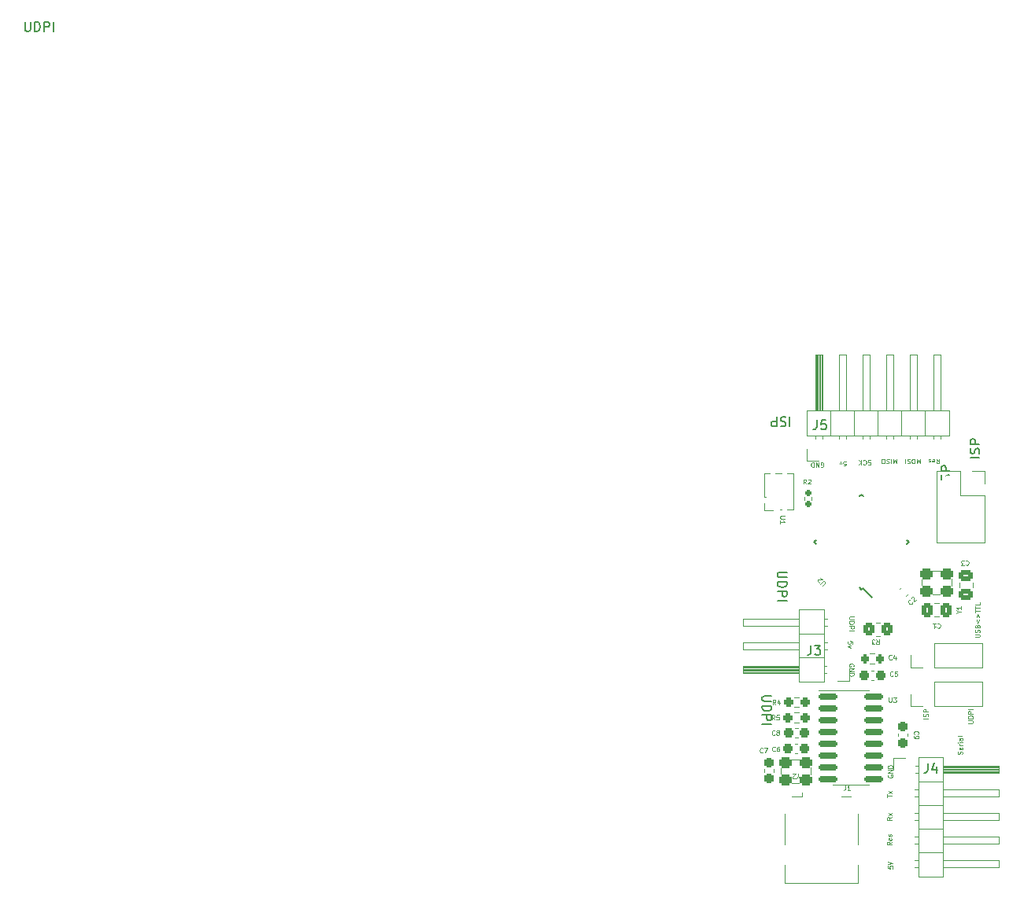
<source format=gbr>
%TF.GenerationSoftware,KiCad,Pcbnew,7.0.5*%
%TF.CreationDate,2023-08-19T22:28:29+02:00*%
%TF.ProjectId,programmer,70726f67-7261-46d6-9d65-722e6b696361,rev?*%
%TF.SameCoordinates,Original*%
%TF.FileFunction,Legend,Top*%
%TF.FilePolarity,Positive*%
%FSLAX46Y46*%
G04 Gerber Fmt 4.6, Leading zero omitted, Abs format (unit mm)*
G04 Created by KiCad (PCBNEW 7.0.5) date 2023-08-19 22:28:29*
%MOMM*%
%LPD*%
G01*
G04 APERTURE LIST*
G04 Aperture macros list*
%AMRoundRect*
0 Rectangle with rounded corners*
0 $1 Rounding radius*
0 $2 $3 $4 $5 $6 $7 $8 $9 X,Y pos of 4 corners*
0 Add a 4 corners polygon primitive as box body*
4,1,4,$2,$3,$4,$5,$6,$7,$8,$9,$2,$3,0*
0 Add four circle primitives for the rounded corners*
1,1,$1+$1,$2,$3*
1,1,$1+$1,$4,$5*
1,1,$1+$1,$6,$7*
1,1,$1+$1,$8,$9*
0 Add four rect primitives between the rounded corners*
20,1,$1+$1,$2,$3,$4,$5,0*
20,1,$1+$1,$4,$5,$6,$7,0*
20,1,$1+$1,$6,$7,$8,$9,0*
20,1,$1+$1,$8,$9,$2,$3,0*%
%AMRotRect*
0 Rectangle, with rotation*
0 The origin of the aperture is its center*
0 $1 length*
0 $2 width*
0 $3 Rotation angle, in degrees counterclockwise*
0 Add horizontal line*
21,1,$1,$2,0,0,$3*%
G04 Aperture macros list end*
%ADD10C,0.075000*%
%ADD11C,0.150000*%
%ADD12C,0.120000*%
%ADD13R,1.700000X1.700000*%
%ADD14O,1.700000X1.700000*%
%ADD15RoundRect,0.237500X0.237500X-0.300000X0.237500X0.300000X-0.237500X0.300000X-0.237500X-0.300000X0*%
%ADD16RoundRect,0.237500X-0.237500X0.300000X-0.237500X-0.300000X0.237500X-0.300000X0.237500X0.300000X0*%
%ADD17RoundRect,0.300000X-0.400000X-0.300000X0.400000X-0.300000X0.400000X0.300000X-0.400000X0.300000X0*%
%ADD18RoundRect,0.237500X-0.250000X-0.237500X0.250000X-0.237500X0.250000X0.237500X-0.250000X0.237500X0*%
%ADD19RoundRect,0.237500X-0.300000X-0.237500X0.300000X-0.237500X0.300000X0.237500X-0.300000X0.237500X0*%
%ADD20RoundRect,0.160000X-0.160000X0.197500X-0.160000X-0.197500X0.160000X-0.197500X0.160000X0.197500X0*%
%ADD21RoundRect,0.237500X0.044194X0.380070X-0.380070X-0.044194X-0.044194X-0.380070X0.380070X0.044194X0*%
%ADD22RoundRect,0.300000X0.400000X0.300000X-0.400000X0.300000X-0.400000X-0.300000X0.400000X-0.300000X0*%
%ADD23R,1.000000X1.000000*%
%ADD24O,1.000000X1.000000*%
%ADD25RoundRect,0.250000X0.337500X0.475000X-0.337500X0.475000X-0.337500X-0.475000X0.337500X-0.475000X0*%
%ADD26RoundRect,0.250000X0.350000X0.450000X-0.350000X0.450000X-0.350000X-0.450000X0.350000X-0.450000X0*%
%ADD27RoundRect,0.237500X0.300000X0.237500X-0.300000X0.237500X-0.300000X-0.237500X0.300000X-0.237500X0*%
%ADD28RoundRect,0.150000X-0.825000X-0.150000X0.825000X-0.150000X0.825000X0.150000X-0.825000X0.150000X0*%
%ADD29C,1.000000*%
%ADD30R,0.500000X2.000000*%
%ADD31R,2.000000X1.700000*%
%ADD32RotRect,1.600000X0.550000X135.000000*%
%ADD33RotRect,1.600000X0.550000X225.000000*%
%ADD34RoundRect,0.200000X0.200000X0.275000X-0.200000X0.275000X-0.200000X-0.275000X0.200000X-0.275000X0*%
%ADD35RoundRect,0.237500X0.250000X0.237500X-0.250000X0.237500X-0.250000X-0.237500X0.250000X-0.237500X0*%
%ADD36RoundRect,0.250000X0.475000X-0.337500X0.475000X0.337500X-0.475000X0.337500X-0.475000X-0.337500X0*%
G04 APERTURE END LIST*
D10*
X89465090Y-62906389D02*
X89060328Y-62906389D01*
X89060328Y-62906389D02*
X89012709Y-62930199D01*
X89012709Y-62930199D02*
X88988900Y-62954008D01*
X88988900Y-62954008D02*
X88965090Y-63001627D01*
X88965090Y-63001627D02*
X88965090Y-63096865D01*
X88965090Y-63096865D02*
X88988900Y-63144484D01*
X88988900Y-63144484D02*
X89012709Y-63168294D01*
X89012709Y-63168294D02*
X89060328Y-63192103D01*
X89060328Y-63192103D02*
X89465090Y-63192103D01*
X88965090Y-63430199D02*
X89465090Y-63430199D01*
X89465090Y-63430199D02*
X89465090Y-63549247D01*
X89465090Y-63549247D02*
X89441280Y-63620675D01*
X89441280Y-63620675D02*
X89393661Y-63668294D01*
X89393661Y-63668294D02*
X89346042Y-63692104D01*
X89346042Y-63692104D02*
X89250804Y-63715913D01*
X89250804Y-63715913D02*
X89179376Y-63715913D01*
X89179376Y-63715913D02*
X89084138Y-63692104D01*
X89084138Y-63692104D02*
X89036519Y-63668294D01*
X89036519Y-63668294D02*
X88988900Y-63620675D01*
X88988900Y-63620675D02*
X88965090Y-63549247D01*
X88965090Y-63549247D02*
X88965090Y-63430199D01*
X88965090Y-63930199D02*
X89465090Y-63930199D01*
X89465090Y-63930199D02*
X89465090Y-64120675D01*
X89465090Y-64120675D02*
X89441280Y-64168294D01*
X89441280Y-64168294D02*
X89417471Y-64192104D01*
X89417471Y-64192104D02*
X89369852Y-64215913D01*
X89369852Y-64215913D02*
X89298423Y-64215913D01*
X89298423Y-64215913D02*
X89250804Y-64192104D01*
X89250804Y-64192104D02*
X89226995Y-64168294D01*
X89226995Y-64168294D02*
X89203185Y-64120675D01*
X89203185Y-64120675D02*
X89203185Y-63930199D01*
X88965090Y-64430199D02*
X89465090Y-64430199D01*
X89338090Y-65811484D02*
X89338090Y-65573389D01*
X89338090Y-65573389D02*
X89099995Y-65549580D01*
X89099995Y-65549580D02*
X89123804Y-65573389D01*
X89123804Y-65573389D02*
X89147614Y-65621008D01*
X89147614Y-65621008D02*
X89147614Y-65740056D01*
X89147614Y-65740056D02*
X89123804Y-65787675D01*
X89123804Y-65787675D02*
X89099995Y-65811484D01*
X89099995Y-65811484D02*
X89052376Y-65835294D01*
X89052376Y-65835294D02*
X88933328Y-65835294D01*
X88933328Y-65835294D02*
X88885709Y-65811484D01*
X88885709Y-65811484D02*
X88861900Y-65787675D01*
X88861900Y-65787675D02*
X88838090Y-65740056D01*
X88838090Y-65740056D02*
X88838090Y-65621008D01*
X88838090Y-65621008D02*
X88861900Y-65573389D01*
X88861900Y-65573389D02*
X88885709Y-65549580D01*
X89171423Y-66001960D02*
X88838090Y-66121008D01*
X88838090Y-66121008D02*
X89171423Y-66240055D01*
X89441280Y-68248294D02*
X89465090Y-68200675D01*
X89465090Y-68200675D02*
X89465090Y-68129246D01*
X89465090Y-68129246D02*
X89441280Y-68057818D01*
X89441280Y-68057818D02*
X89393661Y-68010199D01*
X89393661Y-68010199D02*
X89346042Y-67986389D01*
X89346042Y-67986389D02*
X89250804Y-67962580D01*
X89250804Y-67962580D02*
X89179376Y-67962580D01*
X89179376Y-67962580D02*
X89084138Y-67986389D01*
X89084138Y-67986389D02*
X89036519Y-68010199D01*
X89036519Y-68010199D02*
X88988900Y-68057818D01*
X88988900Y-68057818D02*
X88965090Y-68129246D01*
X88965090Y-68129246D02*
X88965090Y-68176865D01*
X88965090Y-68176865D02*
X88988900Y-68248294D01*
X88988900Y-68248294D02*
X89012709Y-68272103D01*
X89012709Y-68272103D02*
X89179376Y-68272103D01*
X89179376Y-68272103D02*
X89179376Y-68176865D01*
X88965090Y-68486389D02*
X89465090Y-68486389D01*
X89465090Y-68486389D02*
X88965090Y-68772103D01*
X88965090Y-68772103D02*
X89465090Y-68772103D01*
X88965090Y-69010199D02*
X89465090Y-69010199D01*
X89465090Y-69010199D02*
X89465090Y-69129247D01*
X89465090Y-69129247D02*
X89441280Y-69200675D01*
X89441280Y-69200675D02*
X89393661Y-69248294D01*
X89393661Y-69248294D02*
X89346042Y-69272104D01*
X89346042Y-69272104D02*
X89250804Y-69295913D01*
X89250804Y-69295913D02*
X89179376Y-69295913D01*
X89179376Y-69295913D02*
X89084138Y-69272104D01*
X89084138Y-69272104D02*
X89036519Y-69248294D01*
X89036519Y-69248294D02*
X88988900Y-69200675D01*
X88988900Y-69200675D02*
X88965090Y-69129247D01*
X88965090Y-69129247D02*
X88965090Y-69010199D01*
X98351896Y-45912090D02*
X98518562Y-46150185D01*
X98637610Y-45912090D02*
X98637610Y-46412090D01*
X98637610Y-46412090D02*
X98447134Y-46412090D01*
X98447134Y-46412090D02*
X98399515Y-46388280D01*
X98399515Y-46388280D02*
X98375705Y-46364471D01*
X98375705Y-46364471D02*
X98351896Y-46316852D01*
X98351896Y-46316852D02*
X98351896Y-46245423D01*
X98351896Y-46245423D02*
X98375705Y-46197804D01*
X98375705Y-46197804D02*
X98399515Y-46173995D01*
X98399515Y-46173995D02*
X98447134Y-46150185D01*
X98447134Y-46150185D02*
X98637610Y-46150185D01*
X97947134Y-45935900D02*
X97994753Y-45912090D01*
X97994753Y-45912090D02*
X98089991Y-45912090D01*
X98089991Y-45912090D02*
X98137610Y-45935900D01*
X98137610Y-45935900D02*
X98161419Y-45983519D01*
X98161419Y-45983519D02*
X98161419Y-46173995D01*
X98161419Y-46173995D02*
X98137610Y-46221614D01*
X98137610Y-46221614D02*
X98089991Y-46245423D01*
X98089991Y-46245423D02*
X97994753Y-46245423D01*
X97994753Y-46245423D02*
X97947134Y-46221614D01*
X97947134Y-46221614D02*
X97923324Y-46173995D01*
X97923324Y-46173995D02*
X97923324Y-46126376D01*
X97923324Y-46126376D02*
X98161419Y-46078757D01*
X97732848Y-45935900D02*
X97685229Y-45912090D01*
X97685229Y-45912090D02*
X97589991Y-45912090D01*
X97589991Y-45912090D02*
X97542372Y-45935900D01*
X97542372Y-45935900D02*
X97518563Y-45983519D01*
X97518563Y-45983519D02*
X97518563Y-46007328D01*
X97518563Y-46007328D02*
X97542372Y-46054947D01*
X97542372Y-46054947D02*
X97589991Y-46078757D01*
X97589991Y-46078757D02*
X97661420Y-46078757D01*
X97661420Y-46078757D02*
X97709039Y-46102566D01*
X97709039Y-46102566D02*
X97732848Y-46150185D01*
X97732848Y-46150185D02*
X97732848Y-46173995D01*
X97732848Y-46173995D02*
X97709039Y-46221614D01*
X97709039Y-46221614D02*
X97661420Y-46245423D01*
X97661420Y-46245423D02*
X97589991Y-46245423D01*
X97589991Y-46245423D02*
X97542372Y-46221614D01*
X96605610Y-45912090D02*
X96605610Y-46412090D01*
X96605610Y-46412090D02*
X96438943Y-46054947D01*
X96438943Y-46054947D02*
X96272277Y-46412090D01*
X96272277Y-46412090D02*
X96272277Y-45912090D01*
X95938943Y-46412090D02*
X95843705Y-46412090D01*
X95843705Y-46412090D02*
X95796086Y-46388280D01*
X95796086Y-46388280D02*
X95748467Y-46340661D01*
X95748467Y-46340661D02*
X95724657Y-46245423D01*
X95724657Y-46245423D02*
X95724657Y-46078757D01*
X95724657Y-46078757D02*
X95748467Y-45983519D01*
X95748467Y-45983519D02*
X95796086Y-45935900D01*
X95796086Y-45935900D02*
X95843705Y-45912090D01*
X95843705Y-45912090D02*
X95938943Y-45912090D01*
X95938943Y-45912090D02*
X95986562Y-45935900D01*
X95986562Y-45935900D02*
X96034181Y-45983519D01*
X96034181Y-45983519D02*
X96057990Y-46078757D01*
X96057990Y-46078757D02*
X96057990Y-46245423D01*
X96057990Y-46245423D02*
X96034181Y-46340661D01*
X96034181Y-46340661D02*
X95986562Y-46388280D01*
X95986562Y-46388280D02*
X95938943Y-46412090D01*
X95534180Y-45935900D02*
X95462752Y-45912090D01*
X95462752Y-45912090D02*
X95343704Y-45912090D01*
X95343704Y-45912090D02*
X95296085Y-45935900D01*
X95296085Y-45935900D02*
X95272276Y-45959709D01*
X95272276Y-45959709D02*
X95248466Y-46007328D01*
X95248466Y-46007328D02*
X95248466Y-46054947D01*
X95248466Y-46054947D02*
X95272276Y-46102566D01*
X95272276Y-46102566D02*
X95296085Y-46126376D01*
X95296085Y-46126376D02*
X95343704Y-46150185D01*
X95343704Y-46150185D02*
X95438942Y-46173995D01*
X95438942Y-46173995D02*
X95486561Y-46197804D01*
X95486561Y-46197804D02*
X95510371Y-46221614D01*
X95510371Y-46221614D02*
X95534180Y-46269233D01*
X95534180Y-46269233D02*
X95534180Y-46316852D01*
X95534180Y-46316852D02*
X95510371Y-46364471D01*
X95510371Y-46364471D02*
X95486561Y-46388280D01*
X95486561Y-46388280D02*
X95438942Y-46412090D01*
X95438942Y-46412090D02*
X95319895Y-46412090D01*
X95319895Y-46412090D02*
X95248466Y-46388280D01*
X95034181Y-45912090D02*
X95034181Y-46412090D01*
X94065610Y-45912090D02*
X94065610Y-46412090D01*
X94065610Y-46412090D02*
X93898943Y-46054947D01*
X93898943Y-46054947D02*
X93732277Y-46412090D01*
X93732277Y-46412090D02*
X93732277Y-45912090D01*
X93494181Y-45912090D02*
X93494181Y-46412090D01*
X93279895Y-45935900D02*
X93208467Y-45912090D01*
X93208467Y-45912090D02*
X93089419Y-45912090D01*
X93089419Y-45912090D02*
X93041800Y-45935900D01*
X93041800Y-45935900D02*
X93017991Y-45959709D01*
X93017991Y-45959709D02*
X92994181Y-46007328D01*
X92994181Y-46007328D02*
X92994181Y-46054947D01*
X92994181Y-46054947D02*
X93017991Y-46102566D01*
X93017991Y-46102566D02*
X93041800Y-46126376D01*
X93041800Y-46126376D02*
X93089419Y-46150185D01*
X93089419Y-46150185D02*
X93184657Y-46173995D01*
X93184657Y-46173995D02*
X93232276Y-46197804D01*
X93232276Y-46197804D02*
X93256086Y-46221614D01*
X93256086Y-46221614D02*
X93279895Y-46269233D01*
X93279895Y-46269233D02*
X93279895Y-46316852D01*
X93279895Y-46316852D02*
X93256086Y-46364471D01*
X93256086Y-46364471D02*
X93232276Y-46388280D01*
X93232276Y-46388280D02*
X93184657Y-46412090D01*
X93184657Y-46412090D02*
X93065610Y-46412090D01*
X93065610Y-46412090D02*
X92994181Y-46388280D01*
X92684658Y-46412090D02*
X92589420Y-46412090D01*
X92589420Y-46412090D02*
X92541801Y-46388280D01*
X92541801Y-46388280D02*
X92494182Y-46340661D01*
X92494182Y-46340661D02*
X92470372Y-46245423D01*
X92470372Y-46245423D02*
X92470372Y-46078757D01*
X92470372Y-46078757D02*
X92494182Y-45983519D01*
X92494182Y-45983519D02*
X92541801Y-45935900D01*
X92541801Y-45935900D02*
X92589420Y-45912090D01*
X92589420Y-45912090D02*
X92684658Y-45912090D01*
X92684658Y-45912090D02*
X92732277Y-45935900D01*
X92732277Y-45935900D02*
X92779896Y-45983519D01*
X92779896Y-45983519D02*
X92803705Y-46078757D01*
X92803705Y-46078757D02*
X92803705Y-46245423D01*
X92803705Y-46245423D02*
X92779896Y-46340661D01*
X92779896Y-46340661D02*
X92732277Y-46388280D01*
X92732277Y-46388280D02*
X92684658Y-46412090D01*
X91295419Y-46062900D02*
X91223991Y-46039090D01*
X91223991Y-46039090D02*
X91104943Y-46039090D01*
X91104943Y-46039090D02*
X91057324Y-46062900D01*
X91057324Y-46062900D02*
X91033515Y-46086709D01*
X91033515Y-46086709D02*
X91009705Y-46134328D01*
X91009705Y-46134328D02*
X91009705Y-46181947D01*
X91009705Y-46181947D02*
X91033515Y-46229566D01*
X91033515Y-46229566D02*
X91057324Y-46253376D01*
X91057324Y-46253376D02*
X91104943Y-46277185D01*
X91104943Y-46277185D02*
X91200181Y-46300995D01*
X91200181Y-46300995D02*
X91247800Y-46324804D01*
X91247800Y-46324804D02*
X91271610Y-46348614D01*
X91271610Y-46348614D02*
X91295419Y-46396233D01*
X91295419Y-46396233D02*
X91295419Y-46443852D01*
X91295419Y-46443852D02*
X91271610Y-46491471D01*
X91271610Y-46491471D02*
X91247800Y-46515280D01*
X91247800Y-46515280D02*
X91200181Y-46539090D01*
X91200181Y-46539090D02*
X91081134Y-46539090D01*
X91081134Y-46539090D02*
X91009705Y-46515280D01*
X90509706Y-46086709D02*
X90533515Y-46062900D01*
X90533515Y-46062900D02*
X90604944Y-46039090D01*
X90604944Y-46039090D02*
X90652563Y-46039090D01*
X90652563Y-46039090D02*
X90723991Y-46062900D01*
X90723991Y-46062900D02*
X90771610Y-46110519D01*
X90771610Y-46110519D02*
X90795420Y-46158138D01*
X90795420Y-46158138D02*
X90819229Y-46253376D01*
X90819229Y-46253376D02*
X90819229Y-46324804D01*
X90819229Y-46324804D02*
X90795420Y-46420042D01*
X90795420Y-46420042D02*
X90771610Y-46467661D01*
X90771610Y-46467661D02*
X90723991Y-46515280D01*
X90723991Y-46515280D02*
X90652563Y-46539090D01*
X90652563Y-46539090D02*
X90604944Y-46539090D01*
X90604944Y-46539090D02*
X90533515Y-46515280D01*
X90533515Y-46515280D02*
X90509706Y-46491471D01*
X90295420Y-46039090D02*
X90295420Y-46539090D01*
X90009706Y-46039090D02*
X90223991Y-46324804D01*
X90009706Y-46539090D02*
X90295420Y-46253376D01*
X88366515Y-46666090D02*
X88604610Y-46666090D01*
X88604610Y-46666090D02*
X88628419Y-46427995D01*
X88628419Y-46427995D02*
X88604610Y-46451804D01*
X88604610Y-46451804D02*
X88556991Y-46475614D01*
X88556991Y-46475614D02*
X88437943Y-46475614D01*
X88437943Y-46475614D02*
X88390324Y-46451804D01*
X88390324Y-46451804D02*
X88366515Y-46427995D01*
X88366515Y-46427995D02*
X88342705Y-46380376D01*
X88342705Y-46380376D02*
X88342705Y-46261328D01*
X88342705Y-46261328D02*
X88366515Y-46213709D01*
X88366515Y-46213709D02*
X88390324Y-46189900D01*
X88390324Y-46189900D02*
X88437943Y-46166090D01*
X88437943Y-46166090D02*
X88556991Y-46166090D01*
X88556991Y-46166090D02*
X88604610Y-46189900D01*
X88604610Y-46189900D02*
X88628419Y-46213709D01*
X88176039Y-46499423D02*
X88056991Y-46166090D01*
X88056991Y-46166090D02*
X87937944Y-46499423D01*
X85929705Y-46769280D02*
X85977324Y-46793090D01*
X85977324Y-46793090D02*
X86048753Y-46793090D01*
X86048753Y-46793090D02*
X86120181Y-46769280D01*
X86120181Y-46769280D02*
X86167800Y-46721661D01*
X86167800Y-46721661D02*
X86191610Y-46674042D01*
X86191610Y-46674042D02*
X86215419Y-46578804D01*
X86215419Y-46578804D02*
X86215419Y-46507376D01*
X86215419Y-46507376D02*
X86191610Y-46412138D01*
X86191610Y-46412138D02*
X86167800Y-46364519D01*
X86167800Y-46364519D02*
X86120181Y-46316900D01*
X86120181Y-46316900D02*
X86048753Y-46293090D01*
X86048753Y-46293090D02*
X86001134Y-46293090D01*
X86001134Y-46293090D02*
X85929705Y-46316900D01*
X85929705Y-46316900D02*
X85905896Y-46340709D01*
X85905896Y-46340709D02*
X85905896Y-46507376D01*
X85905896Y-46507376D02*
X86001134Y-46507376D01*
X85691610Y-46293090D02*
X85691610Y-46793090D01*
X85691610Y-46793090D02*
X85405896Y-46293090D01*
X85405896Y-46293090D02*
X85405896Y-46793090D01*
X85167800Y-46293090D02*
X85167800Y-46793090D01*
X85167800Y-46793090D02*
X85048752Y-46793090D01*
X85048752Y-46793090D02*
X84977324Y-46769280D01*
X84977324Y-46769280D02*
X84929705Y-46721661D01*
X84929705Y-46721661D02*
X84905895Y-46674042D01*
X84905895Y-46674042D02*
X84882086Y-46578804D01*
X84882086Y-46578804D02*
X84882086Y-46507376D01*
X84882086Y-46507376D02*
X84905895Y-46412138D01*
X84905895Y-46412138D02*
X84929705Y-46364519D01*
X84929705Y-46364519D02*
X84977324Y-46316900D01*
X84977324Y-46316900D02*
X85048752Y-46293090D01*
X85048752Y-46293090D02*
X85167800Y-46293090D01*
X93184719Y-79960705D02*
X93160909Y-80008324D01*
X93160909Y-80008324D02*
X93160909Y-80079753D01*
X93160909Y-80079753D02*
X93184719Y-80151181D01*
X93184719Y-80151181D02*
X93232338Y-80198800D01*
X93232338Y-80198800D02*
X93279957Y-80222610D01*
X93279957Y-80222610D02*
X93375195Y-80246419D01*
X93375195Y-80246419D02*
X93446623Y-80246419D01*
X93446623Y-80246419D02*
X93541861Y-80222610D01*
X93541861Y-80222610D02*
X93589480Y-80198800D01*
X93589480Y-80198800D02*
X93637100Y-80151181D01*
X93637100Y-80151181D02*
X93660909Y-80079753D01*
X93660909Y-80079753D02*
X93660909Y-80032134D01*
X93660909Y-80032134D02*
X93637100Y-79960705D01*
X93637100Y-79960705D02*
X93613290Y-79936896D01*
X93613290Y-79936896D02*
X93446623Y-79936896D01*
X93446623Y-79936896D02*
X93446623Y-80032134D01*
X93660909Y-79722610D02*
X93160909Y-79722610D01*
X93160909Y-79722610D02*
X93660909Y-79436896D01*
X93660909Y-79436896D02*
X93160909Y-79436896D01*
X93660909Y-79198800D02*
X93160909Y-79198800D01*
X93160909Y-79198800D02*
X93160909Y-79079752D01*
X93160909Y-79079752D02*
X93184719Y-79008324D01*
X93184719Y-79008324D02*
X93232338Y-78960705D01*
X93232338Y-78960705D02*
X93279957Y-78936895D01*
X93279957Y-78936895D02*
X93375195Y-78913086D01*
X93375195Y-78913086D02*
X93446623Y-78913086D01*
X93446623Y-78913086D02*
X93541861Y-78936895D01*
X93541861Y-78936895D02*
X93589480Y-78960705D01*
X93589480Y-78960705D02*
X93637100Y-79008324D01*
X93637100Y-79008324D02*
X93660909Y-79079752D01*
X93660909Y-79079752D02*
X93660909Y-79198800D01*
X93533909Y-84508896D02*
X93295814Y-84675562D01*
X93533909Y-84794610D02*
X93033909Y-84794610D01*
X93033909Y-84794610D02*
X93033909Y-84604134D01*
X93033909Y-84604134D02*
X93057719Y-84556515D01*
X93057719Y-84556515D02*
X93081528Y-84532705D01*
X93081528Y-84532705D02*
X93129147Y-84508896D01*
X93129147Y-84508896D02*
X93200576Y-84508896D01*
X93200576Y-84508896D02*
X93248195Y-84532705D01*
X93248195Y-84532705D02*
X93272004Y-84556515D01*
X93272004Y-84556515D02*
X93295814Y-84604134D01*
X93295814Y-84604134D02*
X93295814Y-84794610D01*
X93533909Y-84342229D02*
X93200576Y-84080324D01*
X93200576Y-84342229D02*
X93533909Y-84080324D01*
X93033909Y-82326038D02*
X93033909Y-82040324D01*
X93533909Y-82183181D02*
X93033909Y-82183181D01*
X93533909Y-81921277D02*
X93200576Y-81659372D01*
X93200576Y-81921277D02*
X93533909Y-81659372D01*
X93533909Y-87175896D02*
X93295814Y-87342562D01*
X93533909Y-87461610D02*
X93033909Y-87461610D01*
X93033909Y-87461610D02*
X93033909Y-87271134D01*
X93033909Y-87271134D02*
X93057719Y-87223515D01*
X93057719Y-87223515D02*
X93081528Y-87199705D01*
X93081528Y-87199705D02*
X93129147Y-87175896D01*
X93129147Y-87175896D02*
X93200576Y-87175896D01*
X93200576Y-87175896D02*
X93248195Y-87199705D01*
X93248195Y-87199705D02*
X93272004Y-87223515D01*
X93272004Y-87223515D02*
X93295814Y-87271134D01*
X93295814Y-87271134D02*
X93295814Y-87461610D01*
X93510100Y-86771134D02*
X93533909Y-86818753D01*
X93533909Y-86818753D02*
X93533909Y-86913991D01*
X93533909Y-86913991D02*
X93510100Y-86961610D01*
X93510100Y-86961610D02*
X93462480Y-86985419D01*
X93462480Y-86985419D02*
X93272004Y-86985419D01*
X93272004Y-86985419D02*
X93224385Y-86961610D01*
X93224385Y-86961610D02*
X93200576Y-86913991D01*
X93200576Y-86913991D02*
X93200576Y-86818753D01*
X93200576Y-86818753D02*
X93224385Y-86771134D01*
X93224385Y-86771134D02*
X93272004Y-86747324D01*
X93272004Y-86747324D02*
X93319623Y-86747324D01*
X93319623Y-86747324D02*
X93367242Y-86985419D01*
X93510100Y-86556848D02*
X93533909Y-86509229D01*
X93533909Y-86509229D02*
X93533909Y-86413991D01*
X93533909Y-86413991D02*
X93510100Y-86366372D01*
X93510100Y-86366372D02*
X93462480Y-86342563D01*
X93462480Y-86342563D02*
X93438671Y-86342563D01*
X93438671Y-86342563D02*
X93391052Y-86366372D01*
X93391052Y-86366372D02*
X93367242Y-86413991D01*
X93367242Y-86413991D02*
X93367242Y-86485420D01*
X93367242Y-86485420D02*
X93343433Y-86533039D01*
X93343433Y-86533039D02*
X93295814Y-86556848D01*
X93295814Y-86556848D02*
X93272004Y-86556848D01*
X93272004Y-86556848D02*
X93224385Y-86533039D01*
X93224385Y-86533039D02*
X93200576Y-86485420D01*
X93200576Y-86485420D02*
X93200576Y-86413991D01*
X93200576Y-86413991D02*
X93224385Y-86366372D01*
X93160909Y-89763515D02*
X93160909Y-90001610D01*
X93160909Y-90001610D02*
X93399004Y-90025419D01*
X93399004Y-90025419D02*
X93375195Y-90001610D01*
X93375195Y-90001610D02*
X93351385Y-89953991D01*
X93351385Y-89953991D02*
X93351385Y-89834943D01*
X93351385Y-89834943D02*
X93375195Y-89787324D01*
X93375195Y-89787324D02*
X93399004Y-89763515D01*
X93399004Y-89763515D02*
X93446623Y-89739705D01*
X93446623Y-89739705D02*
X93565671Y-89739705D01*
X93565671Y-89739705D02*
X93613290Y-89763515D01*
X93613290Y-89763515D02*
X93637100Y-89787324D01*
X93637100Y-89787324D02*
X93660909Y-89834943D01*
X93660909Y-89834943D02*
X93660909Y-89953991D01*
X93660909Y-89953991D02*
X93637100Y-90001610D01*
X93637100Y-90001610D02*
X93613290Y-90025419D01*
X93160909Y-89596848D02*
X93660909Y-89430182D01*
X93660909Y-89430182D02*
X93160909Y-89263515D01*
X101130100Y-77706419D02*
X101153909Y-77634991D01*
X101153909Y-77634991D02*
X101153909Y-77515943D01*
X101153909Y-77515943D02*
X101130100Y-77468324D01*
X101130100Y-77468324D02*
X101106290Y-77444515D01*
X101106290Y-77444515D02*
X101058671Y-77420705D01*
X101058671Y-77420705D02*
X101011052Y-77420705D01*
X101011052Y-77420705D02*
X100963433Y-77444515D01*
X100963433Y-77444515D02*
X100939623Y-77468324D01*
X100939623Y-77468324D02*
X100915814Y-77515943D01*
X100915814Y-77515943D02*
X100892004Y-77611181D01*
X100892004Y-77611181D02*
X100868195Y-77658800D01*
X100868195Y-77658800D02*
X100844385Y-77682610D01*
X100844385Y-77682610D02*
X100796766Y-77706419D01*
X100796766Y-77706419D02*
X100749147Y-77706419D01*
X100749147Y-77706419D02*
X100701528Y-77682610D01*
X100701528Y-77682610D02*
X100677719Y-77658800D01*
X100677719Y-77658800D02*
X100653909Y-77611181D01*
X100653909Y-77611181D02*
X100653909Y-77492134D01*
X100653909Y-77492134D02*
X100677719Y-77420705D01*
X101130100Y-77015944D02*
X101153909Y-77063563D01*
X101153909Y-77063563D02*
X101153909Y-77158801D01*
X101153909Y-77158801D02*
X101130100Y-77206420D01*
X101130100Y-77206420D02*
X101082480Y-77230229D01*
X101082480Y-77230229D02*
X100892004Y-77230229D01*
X100892004Y-77230229D02*
X100844385Y-77206420D01*
X100844385Y-77206420D02*
X100820576Y-77158801D01*
X100820576Y-77158801D02*
X100820576Y-77063563D01*
X100820576Y-77063563D02*
X100844385Y-77015944D01*
X100844385Y-77015944D02*
X100892004Y-76992134D01*
X100892004Y-76992134D02*
X100939623Y-76992134D01*
X100939623Y-76992134D02*
X100987242Y-77230229D01*
X101153909Y-76777849D02*
X100820576Y-76777849D01*
X100915814Y-76777849D02*
X100868195Y-76754039D01*
X100868195Y-76754039D02*
X100844385Y-76730230D01*
X100844385Y-76730230D02*
X100820576Y-76682611D01*
X100820576Y-76682611D02*
X100820576Y-76634992D01*
X101153909Y-76468325D02*
X100820576Y-76468325D01*
X100653909Y-76468325D02*
X100677719Y-76492134D01*
X100677719Y-76492134D02*
X100701528Y-76468325D01*
X100701528Y-76468325D02*
X100677719Y-76444515D01*
X100677719Y-76444515D02*
X100653909Y-76468325D01*
X100653909Y-76468325D02*
X100701528Y-76468325D01*
X101153909Y-76015944D02*
X100892004Y-76015944D01*
X100892004Y-76015944D02*
X100844385Y-76039754D01*
X100844385Y-76039754D02*
X100820576Y-76087373D01*
X100820576Y-76087373D02*
X100820576Y-76182611D01*
X100820576Y-76182611D02*
X100844385Y-76230230D01*
X101130100Y-76015944D02*
X101153909Y-76063563D01*
X101153909Y-76063563D02*
X101153909Y-76182611D01*
X101153909Y-76182611D02*
X101130100Y-76230230D01*
X101130100Y-76230230D02*
X101082480Y-76254039D01*
X101082480Y-76254039D02*
X101034861Y-76254039D01*
X101034861Y-76254039D02*
X100987242Y-76230230D01*
X100987242Y-76230230D02*
X100963433Y-76182611D01*
X100963433Y-76182611D02*
X100963433Y-76063563D01*
X100963433Y-76063563D02*
X100939623Y-76015944D01*
X101153909Y-75706420D02*
X101130100Y-75754039D01*
X101130100Y-75754039D02*
X101082480Y-75777849D01*
X101082480Y-75777849D02*
X100653909Y-75777849D01*
X102515909Y-65109610D02*
X102920671Y-65109610D01*
X102920671Y-65109610D02*
X102968290Y-65085800D01*
X102968290Y-65085800D02*
X102992100Y-65061991D01*
X102992100Y-65061991D02*
X103015909Y-65014372D01*
X103015909Y-65014372D02*
X103015909Y-64919134D01*
X103015909Y-64919134D02*
X102992100Y-64871515D01*
X102992100Y-64871515D02*
X102968290Y-64847705D01*
X102968290Y-64847705D02*
X102920671Y-64823896D01*
X102920671Y-64823896D02*
X102515909Y-64823896D01*
X102992100Y-64609609D02*
X103015909Y-64538181D01*
X103015909Y-64538181D02*
X103015909Y-64419133D01*
X103015909Y-64419133D02*
X102992100Y-64371514D01*
X102992100Y-64371514D02*
X102968290Y-64347705D01*
X102968290Y-64347705D02*
X102920671Y-64323895D01*
X102920671Y-64323895D02*
X102873052Y-64323895D01*
X102873052Y-64323895D02*
X102825433Y-64347705D01*
X102825433Y-64347705D02*
X102801623Y-64371514D01*
X102801623Y-64371514D02*
X102777814Y-64419133D01*
X102777814Y-64419133D02*
X102754004Y-64514371D01*
X102754004Y-64514371D02*
X102730195Y-64561990D01*
X102730195Y-64561990D02*
X102706385Y-64585800D01*
X102706385Y-64585800D02*
X102658766Y-64609609D01*
X102658766Y-64609609D02*
X102611147Y-64609609D01*
X102611147Y-64609609D02*
X102563528Y-64585800D01*
X102563528Y-64585800D02*
X102539719Y-64561990D01*
X102539719Y-64561990D02*
X102515909Y-64514371D01*
X102515909Y-64514371D02*
X102515909Y-64395324D01*
X102515909Y-64395324D02*
X102539719Y-64323895D01*
X102754004Y-63942943D02*
X102777814Y-63871515D01*
X102777814Y-63871515D02*
X102801623Y-63847705D01*
X102801623Y-63847705D02*
X102849242Y-63823896D01*
X102849242Y-63823896D02*
X102920671Y-63823896D01*
X102920671Y-63823896D02*
X102968290Y-63847705D01*
X102968290Y-63847705D02*
X102992100Y-63871515D01*
X102992100Y-63871515D02*
X103015909Y-63919134D01*
X103015909Y-63919134D02*
X103015909Y-64109610D01*
X103015909Y-64109610D02*
X102515909Y-64109610D01*
X102515909Y-64109610D02*
X102515909Y-63942943D01*
X102515909Y-63942943D02*
X102539719Y-63895324D01*
X102539719Y-63895324D02*
X102563528Y-63871515D01*
X102563528Y-63871515D02*
X102611147Y-63847705D01*
X102611147Y-63847705D02*
X102658766Y-63847705D01*
X102658766Y-63847705D02*
X102706385Y-63871515D01*
X102706385Y-63871515D02*
X102730195Y-63895324D01*
X102730195Y-63895324D02*
X102754004Y-63942943D01*
X102754004Y-63942943D02*
X102754004Y-64109610D01*
X102682576Y-63228658D02*
X102825433Y-63609610D01*
X102825433Y-63609610D02*
X102968290Y-63228658D01*
X102682576Y-62990562D02*
X102825433Y-62609610D01*
X102825433Y-62609610D02*
X102968290Y-62990562D01*
X102515909Y-62442942D02*
X102515909Y-62157228D01*
X103015909Y-62300085D02*
X102515909Y-62300085D01*
X102515909Y-62061990D02*
X102515909Y-61776276D01*
X103015909Y-61919133D02*
X102515909Y-61919133D01*
X103015909Y-61371515D02*
X103015909Y-61609610D01*
X103015909Y-61609610D02*
X102515909Y-61609610D01*
X101796909Y-74380610D02*
X102201671Y-74380610D01*
X102201671Y-74380610D02*
X102249290Y-74356800D01*
X102249290Y-74356800D02*
X102273100Y-74332991D01*
X102273100Y-74332991D02*
X102296909Y-74285372D01*
X102296909Y-74285372D02*
X102296909Y-74190134D01*
X102296909Y-74190134D02*
X102273100Y-74142515D01*
X102273100Y-74142515D02*
X102249290Y-74118705D01*
X102249290Y-74118705D02*
X102201671Y-74094896D01*
X102201671Y-74094896D02*
X101796909Y-74094896D01*
X102296909Y-73856800D02*
X101796909Y-73856800D01*
X101796909Y-73856800D02*
X101796909Y-73737752D01*
X101796909Y-73737752D02*
X101820719Y-73666324D01*
X101820719Y-73666324D02*
X101868338Y-73618705D01*
X101868338Y-73618705D02*
X101915957Y-73594895D01*
X101915957Y-73594895D02*
X102011195Y-73571086D01*
X102011195Y-73571086D02*
X102082623Y-73571086D01*
X102082623Y-73571086D02*
X102177861Y-73594895D01*
X102177861Y-73594895D02*
X102225480Y-73618705D01*
X102225480Y-73618705D02*
X102273100Y-73666324D01*
X102273100Y-73666324D02*
X102296909Y-73737752D01*
X102296909Y-73737752D02*
X102296909Y-73856800D01*
X102296909Y-73356800D02*
X101796909Y-73356800D01*
X101796909Y-73356800D02*
X101796909Y-73166324D01*
X101796909Y-73166324D02*
X101820719Y-73118705D01*
X101820719Y-73118705D02*
X101844528Y-73094895D01*
X101844528Y-73094895D02*
X101892147Y-73071086D01*
X101892147Y-73071086D02*
X101963576Y-73071086D01*
X101963576Y-73071086D02*
X102011195Y-73094895D01*
X102011195Y-73094895D02*
X102035004Y-73118705D01*
X102035004Y-73118705D02*
X102058814Y-73166324D01*
X102058814Y-73166324D02*
X102058814Y-73356800D01*
X102296909Y-72856800D02*
X101796909Y-72856800D01*
X97470909Y-73872610D02*
X96970909Y-73872610D01*
X97447100Y-73658324D02*
X97470909Y-73586896D01*
X97470909Y-73586896D02*
X97470909Y-73467848D01*
X97470909Y-73467848D02*
X97447100Y-73420229D01*
X97447100Y-73420229D02*
X97423290Y-73396420D01*
X97423290Y-73396420D02*
X97375671Y-73372610D01*
X97375671Y-73372610D02*
X97328052Y-73372610D01*
X97328052Y-73372610D02*
X97280433Y-73396420D01*
X97280433Y-73396420D02*
X97256623Y-73420229D01*
X97256623Y-73420229D02*
X97232814Y-73467848D01*
X97232814Y-73467848D02*
X97209004Y-73563086D01*
X97209004Y-73563086D02*
X97185195Y-73610705D01*
X97185195Y-73610705D02*
X97161385Y-73634515D01*
X97161385Y-73634515D02*
X97113766Y-73658324D01*
X97113766Y-73658324D02*
X97066147Y-73658324D01*
X97066147Y-73658324D02*
X97018528Y-73634515D01*
X97018528Y-73634515D02*
X96994719Y-73610705D01*
X96994719Y-73610705D02*
X96970909Y-73563086D01*
X96970909Y-73563086D02*
X96970909Y-73444039D01*
X96970909Y-73444039D02*
X96994719Y-73372610D01*
X97470909Y-73158325D02*
X96970909Y-73158325D01*
X96970909Y-73158325D02*
X96970909Y-72967849D01*
X96970909Y-72967849D02*
X96994719Y-72920230D01*
X96994719Y-72920230D02*
X97018528Y-72896420D01*
X97018528Y-72896420D02*
X97066147Y-72872611D01*
X97066147Y-72872611D02*
X97137576Y-72872611D01*
X97137576Y-72872611D02*
X97185195Y-72896420D01*
X97185195Y-72896420D02*
X97209004Y-72920230D01*
X97209004Y-72920230D02*
X97232814Y-72967849D01*
X97232814Y-72967849D02*
X97232814Y-73158325D01*
D11*
X99869819Y-48663220D02*
X98869819Y-48663220D01*
X99822200Y-48234649D02*
X99869819Y-48091792D01*
X99869819Y-48091792D02*
X99869819Y-47853697D01*
X99869819Y-47853697D02*
X99822200Y-47758459D01*
X99822200Y-47758459D02*
X99774580Y-47710840D01*
X99774580Y-47710840D02*
X99679342Y-47663221D01*
X99679342Y-47663221D02*
X99584104Y-47663221D01*
X99584104Y-47663221D02*
X99488866Y-47710840D01*
X99488866Y-47710840D02*
X99441247Y-47758459D01*
X99441247Y-47758459D02*
X99393628Y-47853697D01*
X99393628Y-47853697D02*
X99346009Y-48044173D01*
X99346009Y-48044173D02*
X99298390Y-48139411D01*
X99298390Y-48139411D02*
X99250771Y-48187030D01*
X99250771Y-48187030D02*
X99155533Y-48234649D01*
X99155533Y-48234649D02*
X99060295Y-48234649D01*
X99060295Y-48234649D02*
X98965057Y-48187030D01*
X98965057Y-48187030D02*
X98917438Y-48139411D01*
X98917438Y-48139411D02*
X98869819Y-48044173D01*
X98869819Y-48044173D02*
X98869819Y-47806078D01*
X98869819Y-47806078D02*
X98917438Y-47663221D01*
X99869819Y-47234649D02*
X98869819Y-47234649D01*
X98869819Y-47234649D02*
X98869819Y-46853697D01*
X98869819Y-46853697D02*
X98917438Y-46758459D01*
X98917438Y-46758459D02*
X98965057Y-46710840D01*
X98965057Y-46710840D02*
X99060295Y-46663221D01*
X99060295Y-46663221D02*
X99203152Y-46663221D01*
X99203152Y-46663221D02*
X99298390Y-46710840D01*
X99298390Y-46710840D02*
X99346009Y-46758459D01*
X99346009Y-46758459D02*
X99393628Y-46853697D01*
X99393628Y-46853697D02*
X99393628Y-47234649D01*
X82283180Y-58121779D02*
X81473657Y-58121779D01*
X81473657Y-58121779D02*
X81378419Y-58169398D01*
X81378419Y-58169398D02*
X81330800Y-58217017D01*
X81330800Y-58217017D02*
X81283180Y-58312255D01*
X81283180Y-58312255D02*
X81283180Y-58502731D01*
X81283180Y-58502731D02*
X81330800Y-58597969D01*
X81330800Y-58597969D02*
X81378419Y-58645588D01*
X81378419Y-58645588D02*
X81473657Y-58693207D01*
X81473657Y-58693207D02*
X82283180Y-58693207D01*
X81283180Y-59169398D02*
X82283180Y-59169398D01*
X82283180Y-59169398D02*
X82283180Y-59407493D01*
X82283180Y-59407493D02*
X82235561Y-59550350D01*
X82235561Y-59550350D02*
X82140323Y-59645588D01*
X82140323Y-59645588D02*
X82045085Y-59693207D01*
X82045085Y-59693207D02*
X81854609Y-59740826D01*
X81854609Y-59740826D02*
X81711752Y-59740826D01*
X81711752Y-59740826D02*
X81521276Y-59693207D01*
X81521276Y-59693207D02*
X81426038Y-59645588D01*
X81426038Y-59645588D02*
X81330800Y-59550350D01*
X81330800Y-59550350D02*
X81283180Y-59407493D01*
X81283180Y-59407493D02*
X81283180Y-59169398D01*
X81283180Y-60169398D02*
X82283180Y-60169398D01*
X82283180Y-60169398D02*
X82283180Y-60550350D01*
X82283180Y-60550350D02*
X82235561Y-60645588D01*
X82235561Y-60645588D02*
X82187942Y-60693207D01*
X82187942Y-60693207D02*
X82092704Y-60740826D01*
X82092704Y-60740826D02*
X81949847Y-60740826D01*
X81949847Y-60740826D02*
X81854609Y-60693207D01*
X81854609Y-60693207D02*
X81806990Y-60645588D01*
X81806990Y-60645588D02*
X81759371Y-60550350D01*
X81759371Y-60550350D02*
X81759371Y-60169398D01*
X81283180Y-61169398D02*
X82283180Y-61169398D01*
X82594220Y-41405180D02*
X82594220Y-42405180D01*
X82165649Y-41452800D02*
X82022792Y-41405180D01*
X82022792Y-41405180D02*
X81784697Y-41405180D01*
X81784697Y-41405180D02*
X81689459Y-41452800D01*
X81689459Y-41452800D02*
X81641840Y-41500419D01*
X81641840Y-41500419D02*
X81594221Y-41595657D01*
X81594221Y-41595657D02*
X81594221Y-41690895D01*
X81594221Y-41690895D02*
X81641840Y-41786133D01*
X81641840Y-41786133D02*
X81689459Y-41833752D01*
X81689459Y-41833752D02*
X81784697Y-41881371D01*
X81784697Y-41881371D02*
X81975173Y-41928990D01*
X81975173Y-41928990D02*
X82070411Y-41976609D01*
X82070411Y-41976609D02*
X82118030Y-42024228D01*
X82118030Y-42024228D02*
X82165649Y-42119466D01*
X82165649Y-42119466D02*
X82165649Y-42214704D01*
X82165649Y-42214704D02*
X82118030Y-42309942D01*
X82118030Y-42309942D02*
X82070411Y-42357561D01*
X82070411Y-42357561D02*
X81975173Y-42405180D01*
X81975173Y-42405180D02*
X81737078Y-42405180D01*
X81737078Y-42405180D02*
X81594221Y-42357561D01*
X81165649Y-41405180D02*
X81165649Y-42405180D01*
X81165649Y-42405180D02*
X80784697Y-42405180D01*
X80784697Y-42405180D02*
X80689459Y-42357561D01*
X80689459Y-42357561D02*
X80641840Y-42309942D01*
X80641840Y-42309942D02*
X80594221Y-42214704D01*
X80594221Y-42214704D02*
X80594221Y-42071847D01*
X80594221Y-42071847D02*
X80641840Y-41976609D01*
X80641840Y-41976609D02*
X80689459Y-41928990D01*
X80689459Y-41928990D02*
X80784697Y-41881371D01*
X80784697Y-41881371D02*
X81165649Y-41881371D01*
X336779Y1130180D02*
X336779Y320657D01*
X336779Y320657D02*
X384398Y225419D01*
X384398Y225419D02*
X432017Y177800D01*
X432017Y177800D02*
X527255Y130180D01*
X527255Y130180D02*
X717731Y130180D01*
X717731Y130180D02*
X812969Y177800D01*
X812969Y177800D02*
X860588Y225419D01*
X860588Y225419D02*
X908207Y320657D01*
X908207Y320657D02*
X908207Y1130180D01*
X1384398Y130180D02*
X1384398Y1130180D01*
X1384398Y1130180D02*
X1622493Y1130180D01*
X1622493Y1130180D02*
X1765350Y1082561D01*
X1765350Y1082561D02*
X1860588Y987323D01*
X1860588Y987323D02*
X1908207Y892085D01*
X1908207Y892085D02*
X1955826Y701609D01*
X1955826Y701609D02*
X1955826Y558752D01*
X1955826Y558752D02*
X1908207Y368276D01*
X1908207Y368276D02*
X1860588Y273038D01*
X1860588Y273038D02*
X1765350Y177800D01*
X1765350Y177800D02*
X1622493Y130180D01*
X1622493Y130180D02*
X1384398Y130180D01*
X2384398Y130180D02*
X2384398Y1130180D01*
X2384398Y1130180D02*
X2765350Y1130180D01*
X2765350Y1130180D02*
X2860588Y1082561D01*
X2860588Y1082561D02*
X2908207Y1034942D01*
X2908207Y1034942D02*
X2955826Y939704D01*
X2955826Y939704D02*
X2955826Y796847D01*
X2955826Y796847D02*
X2908207Y701609D01*
X2908207Y701609D02*
X2860588Y653990D01*
X2860588Y653990D02*
X2765350Y606371D01*
X2765350Y606371D02*
X2384398Y606371D01*
X3384398Y130180D02*
X3384398Y1130180D01*
X102993819Y-45764220D02*
X101993819Y-45764220D01*
X102946200Y-45335649D02*
X102993819Y-45192792D01*
X102993819Y-45192792D02*
X102993819Y-44954697D01*
X102993819Y-44954697D02*
X102946200Y-44859459D01*
X102946200Y-44859459D02*
X102898580Y-44811840D01*
X102898580Y-44811840D02*
X102803342Y-44764221D01*
X102803342Y-44764221D02*
X102708104Y-44764221D01*
X102708104Y-44764221D02*
X102612866Y-44811840D01*
X102612866Y-44811840D02*
X102565247Y-44859459D01*
X102565247Y-44859459D02*
X102517628Y-44954697D01*
X102517628Y-44954697D02*
X102470009Y-45145173D01*
X102470009Y-45145173D02*
X102422390Y-45240411D01*
X102422390Y-45240411D02*
X102374771Y-45288030D01*
X102374771Y-45288030D02*
X102279533Y-45335649D01*
X102279533Y-45335649D02*
X102184295Y-45335649D01*
X102184295Y-45335649D02*
X102089057Y-45288030D01*
X102089057Y-45288030D02*
X102041438Y-45240411D01*
X102041438Y-45240411D02*
X101993819Y-45145173D01*
X101993819Y-45145173D02*
X101993819Y-44907078D01*
X101993819Y-44907078D02*
X102041438Y-44764221D01*
X102993819Y-44335649D02*
X101993819Y-44335649D01*
X101993819Y-44335649D02*
X101993819Y-43954697D01*
X101993819Y-43954697D02*
X102041438Y-43859459D01*
X102041438Y-43859459D02*
X102089057Y-43811840D01*
X102089057Y-43811840D02*
X102184295Y-43764221D01*
X102184295Y-43764221D02*
X102327152Y-43764221D01*
X102327152Y-43764221D02*
X102422390Y-43811840D01*
X102422390Y-43811840D02*
X102470009Y-43859459D01*
X102470009Y-43859459D02*
X102517628Y-43954697D01*
X102517628Y-43954697D02*
X102517628Y-44335649D01*
X80632180Y-71456779D02*
X79822657Y-71456779D01*
X79822657Y-71456779D02*
X79727419Y-71504398D01*
X79727419Y-71504398D02*
X79679800Y-71552017D01*
X79679800Y-71552017D02*
X79632180Y-71647255D01*
X79632180Y-71647255D02*
X79632180Y-71837731D01*
X79632180Y-71837731D02*
X79679800Y-71932969D01*
X79679800Y-71932969D02*
X79727419Y-71980588D01*
X79727419Y-71980588D02*
X79822657Y-72028207D01*
X79822657Y-72028207D02*
X80632180Y-72028207D01*
X79632180Y-72504398D02*
X80632180Y-72504398D01*
X80632180Y-72504398D02*
X80632180Y-72742493D01*
X80632180Y-72742493D02*
X80584561Y-72885350D01*
X80584561Y-72885350D02*
X80489323Y-72980588D01*
X80489323Y-72980588D02*
X80394085Y-73028207D01*
X80394085Y-73028207D02*
X80203609Y-73075826D01*
X80203609Y-73075826D02*
X80060752Y-73075826D01*
X80060752Y-73075826D02*
X79870276Y-73028207D01*
X79870276Y-73028207D02*
X79775038Y-72980588D01*
X79775038Y-72980588D02*
X79679800Y-72885350D01*
X79679800Y-72885350D02*
X79632180Y-72742493D01*
X79632180Y-72742493D02*
X79632180Y-72504398D01*
X79632180Y-73504398D02*
X80632180Y-73504398D01*
X80632180Y-73504398D02*
X80632180Y-73885350D01*
X80632180Y-73885350D02*
X80584561Y-73980588D01*
X80584561Y-73980588D02*
X80536942Y-74028207D01*
X80536942Y-74028207D02*
X80441704Y-74075826D01*
X80441704Y-74075826D02*
X80298847Y-74075826D01*
X80298847Y-74075826D02*
X80203609Y-74028207D01*
X80203609Y-74028207D02*
X80155990Y-73980588D01*
X80155990Y-73980588D02*
X80108371Y-73885350D01*
X80108371Y-73885350D02*
X80108371Y-73504398D01*
X79632180Y-74504398D02*
X80632180Y-74504398D01*
%TO.C,J3*%
X84883666Y-66002819D02*
X84883666Y-66717104D01*
X84883666Y-66717104D02*
X84836047Y-66859961D01*
X84836047Y-66859961D02*
X84740809Y-66955200D01*
X84740809Y-66955200D02*
X84597952Y-67002819D01*
X84597952Y-67002819D02*
X84502714Y-67002819D01*
X85264619Y-66002819D02*
X85883666Y-66002819D01*
X85883666Y-66002819D02*
X85550333Y-66383771D01*
X85550333Y-66383771D02*
X85693190Y-66383771D01*
X85693190Y-66383771D02*
X85788428Y-66431390D01*
X85788428Y-66431390D02*
X85836047Y-66479009D01*
X85836047Y-66479009D02*
X85883666Y-66574247D01*
X85883666Y-66574247D02*
X85883666Y-66812342D01*
X85883666Y-66812342D02*
X85836047Y-66907580D01*
X85836047Y-66907580D02*
X85788428Y-66955200D01*
X85788428Y-66955200D02*
X85693190Y-67002819D01*
X85693190Y-67002819D02*
X85407476Y-67002819D01*
X85407476Y-67002819D02*
X85312238Y-66955200D01*
X85312238Y-66955200D02*
X85264619Y-66907580D01*
%TO.C,J4*%
X97456666Y-78702819D02*
X97456666Y-79417104D01*
X97456666Y-79417104D02*
X97409047Y-79559961D01*
X97409047Y-79559961D02*
X97313809Y-79655200D01*
X97313809Y-79655200D02*
X97170952Y-79702819D01*
X97170952Y-79702819D02*
X97075714Y-79702819D01*
X98361428Y-79036152D02*
X98361428Y-79702819D01*
X98123333Y-78655200D02*
X97885238Y-79369485D01*
X97885238Y-79369485D02*
X98504285Y-79369485D01*
%TO.C,J5*%
X85518666Y-41745819D02*
X85518666Y-42460104D01*
X85518666Y-42460104D02*
X85471047Y-42602961D01*
X85471047Y-42602961D02*
X85375809Y-42698200D01*
X85375809Y-42698200D02*
X85232952Y-42745819D01*
X85232952Y-42745819D02*
X85137714Y-42745819D01*
X86471047Y-41745819D02*
X85994857Y-41745819D01*
X85994857Y-41745819D02*
X85947238Y-42222009D01*
X85947238Y-42222009D02*
X85994857Y-42174390D01*
X85994857Y-42174390D02*
X86090095Y-42126771D01*
X86090095Y-42126771D02*
X86328190Y-42126771D01*
X86328190Y-42126771D02*
X86423428Y-42174390D01*
X86423428Y-42174390D02*
X86471047Y-42222009D01*
X86471047Y-42222009D02*
X86518666Y-42317247D01*
X86518666Y-42317247D02*
X86518666Y-42555342D01*
X86518666Y-42555342D02*
X86471047Y-42650580D01*
X86471047Y-42650580D02*
X86423428Y-42698200D01*
X86423428Y-42698200D02*
X86328190Y-42745819D01*
X86328190Y-42745819D02*
X86090095Y-42745819D01*
X86090095Y-42745819D02*
X85994857Y-42698200D01*
X85994857Y-42698200D02*
X85947238Y-42650580D01*
D10*
%TO.C,C7*%
X79670666Y-77512790D02*
X79646857Y-77536600D01*
X79646857Y-77536600D02*
X79575428Y-77560409D01*
X79575428Y-77560409D02*
X79527809Y-77560409D01*
X79527809Y-77560409D02*
X79456381Y-77536600D01*
X79456381Y-77536600D02*
X79408762Y-77488980D01*
X79408762Y-77488980D02*
X79384952Y-77441361D01*
X79384952Y-77441361D02*
X79361143Y-77346123D01*
X79361143Y-77346123D02*
X79361143Y-77274695D01*
X79361143Y-77274695D02*
X79384952Y-77179457D01*
X79384952Y-77179457D02*
X79408762Y-77131838D01*
X79408762Y-77131838D02*
X79456381Y-77084219D01*
X79456381Y-77084219D02*
X79527809Y-77060409D01*
X79527809Y-77060409D02*
X79575428Y-77060409D01*
X79575428Y-77060409D02*
X79646857Y-77084219D01*
X79646857Y-77084219D02*
X79670666Y-77108028D01*
X79837333Y-77060409D02*
X80170666Y-77060409D01*
X80170666Y-77060409D02*
X79956381Y-77560409D01*
%TO.C,C9*%
X95992209Y-75554166D02*
X95968400Y-75530357D01*
X95968400Y-75530357D02*
X95944590Y-75458928D01*
X95944590Y-75458928D02*
X95944590Y-75411309D01*
X95944590Y-75411309D02*
X95968400Y-75339881D01*
X95968400Y-75339881D02*
X96016019Y-75292262D01*
X96016019Y-75292262D02*
X96063638Y-75268452D01*
X96063638Y-75268452D02*
X96158876Y-75244643D01*
X96158876Y-75244643D02*
X96230304Y-75244643D01*
X96230304Y-75244643D02*
X96325542Y-75268452D01*
X96325542Y-75268452D02*
X96373161Y-75292262D01*
X96373161Y-75292262D02*
X96420780Y-75339881D01*
X96420780Y-75339881D02*
X96444590Y-75411309D01*
X96444590Y-75411309D02*
X96444590Y-75458928D01*
X96444590Y-75458928D02*
X96420780Y-75530357D01*
X96420780Y-75530357D02*
X96396971Y-75554166D01*
X95944590Y-75792262D02*
X95944590Y-75887500D01*
X95944590Y-75887500D02*
X95968400Y-75935119D01*
X95968400Y-75935119D02*
X95992209Y-75958928D01*
X95992209Y-75958928D02*
X96063638Y-76006547D01*
X96063638Y-76006547D02*
X96158876Y-76030357D01*
X96158876Y-76030357D02*
X96349352Y-76030357D01*
X96349352Y-76030357D02*
X96396971Y-76006547D01*
X96396971Y-76006547D02*
X96420780Y-75982738D01*
X96420780Y-75982738D02*
X96444590Y-75935119D01*
X96444590Y-75935119D02*
X96444590Y-75839881D01*
X96444590Y-75839881D02*
X96420780Y-75792262D01*
X96420780Y-75792262D02*
X96396971Y-75768452D01*
X96396971Y-75768452D02*
X96349352Y-75744643D01*
X96349352Y-75744643D02*
X96230304Y-75744643D01*
X96230304Y-75744643D02*
X96182685Y-75768452D01*
X96182685Y-75768452D02*
X96158876Y-75792262D01*
X96158876Y-75792262D02*
X96135066Y-75839881D01*
X96135066Y-75839881D02*
X96135066Y-75935119D01*
X96135066Y-75935119D02*
X96158876Y-75982738D01*
X96158876Y-75982738D02*
X96182685Y-76006547D01*
X96182685Y-76006547D02*
X96230304Y-76030357D01*
%TO.C,Y1*%
X100784314Y-62407094D02*
X101022409Y-62407094D01*
X100522409Y-62573760D02*
X100784314Y-62407094D01*
X100784314Y-62407094D02*
X100522409Y-62240427D01*
X101022409Y-61811856D02*
X101022409Y-62097570D01*
X101022409Y-61954713D02*
X100522409Y-61954713D01*
X100522409Y-61954713D02*
X100593838Y-62002332D01*
X100593838Y-62002332D02*
X100641457Y-62049951D01*
X100641457Y-62049951D02*
X100665266Y-62097570D01*
%TO.C,R5*%
X80964166Y-74004409D02*
X80797500Y-73766314D01*
X80678452Y-74004409D02*
X80678452Y-73504409D01*
X80678452Y-73504409D02*
X80868928Y-73504409D01*
X80868928Y-73504409D02*
X80916547Y-73528219D01*
X80916547Y-73528219D02*
X80940357Y-73552028D01*
X80940357Y-73552028D02*
X80964166Y-73599647D01*
X80964166Y-73599647D02*
X80964166Y-73671076D01*
X80964166Y-73671076D02*
X80940357Y-73718695D01*
X80940357Y-73718695D02*
X80916547Y-73742504D01*
X80916547Y-73742504D02*
X80868928Y-73766314D01*
X80868928Y-73766314D02*
X80678452Y-73766314D01*
X81416547Y-73504409D02*
X81178452Y-73504409D01*
X81178452Y-73504409D02*
X81154643Y-73742504D01*
X81154643Y-73742504D02*
X81178452Y-73718695D01*
X81178452Y-73718695D02*
X81226071Y-73694885D01*
X81226071Y-73694885D02*
X81345119Y-73694885D01*
X81345119Y-73694885D02*
X81392738Y-73718695D01*
X81392738Y-73718695D02*
X81416547Y-73742504D01*
X81416547Y-73742504D02*
X81440357Y-73790123D01*
X81440357Y-73790123D02*
X81440357Y-73909171D01*
X81440357Y-73909171D02*
X81416547Y-73956790D01*
X81416547Y-73956790D02*
X81392738Y-73980600D01*
X81392738Y-73980600D02*
X81345119Y-74004409D01*
X81345119Y-74004409D02*
X81226071Y-74004409D01*
X81226071Y-74004409D02*
X81178452Y-73980600D01*
X81178452Y-73980600D02*
X81154643Y-73956790D01*
%TO.C,C8*%
X80964166Y-75607790D02*
X80940357Y-75631600D01*
X80940357Y-75631600D02*
X80868928Y-75655409D01*
X80868928Y-75655409D02*
X80821309Y-75655409D01*
X80821309Y-75655409D02*
X80749881Y-75631600D01*
X80749881Y-75631600D02*
X80702262Y-75583980D01*
X80702262Y-75583980D02*
X80678452Y-75536361D01*
X80678452Y-75536361D02*
X80654643Y-75441123D01*
X80654643Y-75441123D02*
X80654643Y-75369695D01*
X80654643Y-75369695D02*
X80678452Y-75274457D01*
X80678452Y-75274457D02*
X80702262Y-75226838D01*
X80702262Y-75226838D02*
X80749881Y-75179219D01*
X80749881Y-75179219D02*
X80821309Y-75155409D01*
X80821309Y-75155409D02*
X80868928Y-75155409D01*
X80868928Y-75155409D02*
X80940357Y-75179219D01*
X80940357Y-75179219D02*
X80964166Y-75203028D01*
X81249881Y-75369695D02*
X81202262Y-75345885D01*
X81202262Y-75345885D02*
X81178452Y-75322076D01*
X81178452Y-75322076D02*
X81154643Y-75274457D01*
X81154643Y-75274457D02*
X81154643Y-75250647D01*
X81154643Y-75250647D02*
X81178452Y-75203028D01*
X81178452Y-75203028D02*
X81202262Y-75179219D01*
X81202262Y-75179219D02*
X81249881Y-75155409D01*
X81249881Y-75155409D02*
X81345119Y-75155409D01*
X81345119Y-75155409D02*
X81392738Y-75179219D01*
X81392738Y-75179219D02*
X81416547Y-75203028D01*
X81416547Y-75203028D02*
X81440357Y-75250647D01*
X81440357Y-75250647D02*
X81440357Y-75274457D01*
X81440357Y-75274457D02*
X81416547Y-75322076D01*
X81416547Y-75322076D02*
X81392738Y-75345885D01*
X81392738Y-75345885D02*
X81345119Y-75369695D01*
X81345119Y-75369695D02*
X81249881Y-75369695D01*
X81249881Y-75369695D02*
X81202262Y-75393504D01*
X81202262Y-75393504D02*
X81178452Y-75417314D01*
X81178452Y-75417314D02*
X81154643Y-75464933D01*
X81154643Y-75464933D02*
X81154643Y-75560171D01*
X81154643Y-75560171D02*
X81178452Y-75607790D01*
X81178452Y-75607790D02*
X81202262Y-75631600D01*
X81202262Y-75631600D02*
X81249881Y-75655409D01*
X81249881Y-75655409D02*
X81345119Y-75655409D01*
X81345119Y-75655409D02*
X81392738Y-75631600D01*
X81392738Y-75631600D02*
X81416547Y-75607790D01*
X81416547Y-75607790D02*
X81440357Y-75560171D01*
X81440357Y-75560171D02*
X81440357Y-75464933D01*
X81440357Y-75464933D02*
X81416547Y-75417314D01*
X81416547Y-75417314D02*
X81392738Y-75393504D01*
X81392738Y-75393504D02*
X81345119Y-75369695D01*
%TO.C,R2*%
X84371666Y-48614409D02*
X84205000Y-48376314D01*
X84085952Y-48614409D02*
X84085952Y-48114409D01*
X84085952Y-48114409D02*
X84276428Y-48114409D01*
X84276428Y-48114409D02*
X84324047Y-48138219D01*
X84324047Y-48138219D02*
X84347857Y-48162028D01*
X84347857Y-48162028D02*
X84371666Y-48209647D01*
X84371666Y-48209647D02*
X84371666Y-48281076D01*
X84371666Y-48281076D02*
X84347857Y-48328695D01*
X84347857Y-48328695D02*
X84324047Y-48352504D01*
X84324047Y-48352504D02*
X84276428Y-48376314D01*
X84276428Y-48376314D02*
X84085952Y-48376314D01*
X84562143Y-48162028D02*
X84585952Y-48138219D01*
X84585952Y-48138219D02*
X84633571Y-48114409D01*
X84633571Y-48114409D02*
X84752619Y-48114409D01*
X84752619Y-48114409D02*
X84800238Y-48138219D01*
X84800238Y-48138219D02*
X84824047Y-48162028D01*
X84824047Y-48162028D02*
X84847857Y-48209647D01*
X84847857Y-48209647D02*
X84847857Y-48257266D01*
X84847857Y-48257266D02*
X84824047Y-48328695D01*
X84824047Y-48328695D02*
X84538333Y-48614409D01*
X84538333Y-48614409D02*
X84847857Y-48614409D01*
%TO.C,C2*%
X95801085Y-61395219D02*
X95801085Y-61428891D01*
X95801085Y-61428891D02*
X95767413Y-61496234D01*
X95767413Y-61496234D02*
X95733742Y-61529906D01*
X95733742Y-61529906D02*
X95666398Y-61563578D01*
X95666398Y-61563578D02*
X95599055Y-61563578D01*
X95599055Y-61563578D02*
X95548547Y-61546742D01*
X95548547Y-61546742D02*
X95464368Y-61496234D01*
X95464368Y-61496234D02*
X95413860Y-61445727D01*
X95413860Y-61445727D02*
X95363352Y-61361547D01*
X95363352Y-61361547D02*
X95346517Y-61311040D01*
X95346517Y-61311040D02*
X95346517Y-61243696D01*
X95346517Y-61243696D02*
X95380188Y-61176353D01*
X95380188Y-61176353D02*
X95413860Y-61142681D01*
X95413860Y-61142681D02*
X95481204Y-61109009D01*
X95481204Y-61109009D02*
X95514875Y-61109009D01*
X95649562Y-60974322D02*
X95649562Y-60940650D01*
X95649562Y-60940650D02*
X95666398Y-60890143D01*
X95666398Y-60890143D02*
X95750578Y-60805963D01*
X95750578Y-60805963D02*
X95801085Y-60789127D01*
X95801085Y-60789127D02*
X95834757Y-60789127D01*
X95834757Y-60789127D02*
X95885265Y-60805963D01*
X95885265Y-60805963D02*
X95918936Y-60839635D01*
X95918936Y-60839635D02*
X95952608Y-60906979D01*
X95952608Y-60906979D02*
X95952608Y-61311040D01*
X95952608Y-61311040D02*
X96171474Y-61092173D01*
%TO.C,Y2*%
X83505094Y-80083685D02*
X83505094Y-79845590D01*
X83671760Y-80345590D02*
X83505094Y-80083685D01*
X83505094Y-80083685D02*
X83338427Y-80345590D01*
X83195570Y-80297971D02*
X83171761Y-80321780D01*
X83171761Y-80321780D02*
X83124142Y-80345590D01*
X83124142Y-80345590D02*
X83005094Y-80345590D01*
X83005094Y-80345590D02*
X82957475Y-80321780D01*
X82957475Y-80321780D02*
X82933666Y-80297971D01*
X82933666Y-80297971D02*
X82909856Y-80250352D01*
X82909856Y-80250352D02*
X82909856Y-80202733D01*
X82909856Y-80202733D02*
X82933666Y-80131304D01*
X82933666Y-80131304D02*
X83219380Y-79845590D01*
X83219380Y-79845590D02*
X82909856Y-79845590D01*
%TO.C,U1*%
X82060590Y-52070047D02*
X81655828Y-52070047D01*
X81655828Y-52070047D02*
X81608209Y-52093857D01*
X81608209Y-52093857D02*
X81584400Y-52117666D01*
X81584400Y-52117666D02*
X81560590Y-52165285D01*
X81560590Y-52165285D02*
X81560590Y-52260523D01*
X81560590Y-52260523D02*
X81584400Y-52308142D01*
X81584400Y-52308142D02*
X81608209Y-52331952D01*
X81608209Y-52331952D02*
X81655828Y-52355761D01*
X81655828Y-52355761D02*
X82060590Y-52355761D01*
X81560590Y-52855762D02*
X81560590Y-52570048D01*
X81560590Y-52712905D02*
X82060590Y-52712905D01*
X82060590Y-52712905D02*
X81989161Y-52665286D01*
X81989161Y-52665286D02*
X81941542Y-52617667D01*
X81941542Y-52617667D02*
X81917733Y-52570048D01*
%TO.C,C1*%
X98465333Y-63669209D02*
X98489142Y-63645400D01*
X98489142Y-63645400D02*
X98560571Y-63621590D01*
X98560571Y-63621590D02*
X98608190Y-63621590D01*
X98608190Y-63621590D02*
X98679618Y-63645400D01*
X98679618Y-63645400D02*
X98727237Y-63693019D01*
X98727237Y-63693019D02*
X98751047Y-63740638D01*
X98751047Y-63740638D02*
X98774856Y-63835876D01*
X98774856Y-63835876D02*
X98774856Y-63907304D01*
X98774856Y-63907304D02*
X98751047Y-64002542D01*
X98751047Y-64002542D02*
X98727237Y-64050161D01*
X98727237Y-64050161D02*
X98679618Y-64097780D01*
X98679618Y-64097780D02*
X98608190Y-64121590D01*
X98608190Y-64121590D02*
X98560571Y-64121590D01*
X98560571Y-64121590D02*
X98489142Y-64097780D01*
X98489142Y-64097780D02*
X98465333Y-64073971D01*
X97989142Y-63621590D02*
X98274856Y-63621590D01*
X98131999Y-63621590D02*
X98131999Y-64121590D01*
X98131999Y-64121590D02*
X98179618Y-64050161D01*
X98179618Y-64050161D02*
X98227237Y-64002542D01*
X98227237Y-64002542D02*
X98274856Y-63978733D01*
%TO.C,R3*%
X91883333Y-65359590D02*
X92049999Y-65597685D01*
X92169047Y-65359590D02*
X92169047Y-65859590D01*
X92169047Y-65859590D02*
X91978571Y-65859590D01*
X91978571Y-65859590D02*
X91930952Y-65835780D01*
X91930952Y-65835780D02*
X91907142Y-65811971D01*
X91907142Y-65811971D02*
X91883333Y-65764352D01*
X91883333Y-65764352D02*
X91883333Y-65692923D01*
X91883333Y-65692923D02*
X91907142Y-65645304D01*
X91907142Y-65645304D02*
X91930952Y-65621495D01*
X91930952Y-65621495D02*
X91978571Y-65597685D01*
X91978571Y-65597685D02*
X92169047Y-65597685D01*
X91716666Y-65859590D02*
X91407142Y-65859590D01*
X91407142Y-65859590D02*
X91573809Y-65669114D01*
X91573809Y-65669114D02*
X91502380Y-65669114D01*
X91502380Y-65669114D02*
X91454761Y-65645304D01*
X91454761Y-65645304D02*
X91430952Y-65621495D01*
X91430952Y-65621495D02*
X91407142Y-65573876D01*
X91407142Y-65573876D02*
X91407142Y-65454828D01*
X91407142Y-65454828D02*
X91430952Y-65407209D01*
X91430952Y-65407209D02*
X91454761Y-65383400D01*
X91454761Y-65383400D02*
X91502380Y-65359590D01*
X91502380Y-65359590D02*
X91645237Y-65359590D01*
X91645237Y-65359590D02*
X91692856Y-65383400D01*
X91692856Y-65383400D02*
X91716666Y-65407209D01*
%TO.C,C5*%
X93676166Y-69257790D02*
X93652357Y-69281600D01*
X93652357Y-69281600D02*
X93580928Y-69305409D01*
X93580928Y-69305409D02*
X93533309Y-69305409D01*
X93533309Y-69305409D02*
X93461881Y-69281600D01*
X93461881Y-69281600D02*
X93414262Y-69233980D01*
X93414262Y-69233980D02*
X93390452Y-69186361D01*
X93390452Y-69186361D02*
X93366643Y-69091123D01*
X93366643Y-69091123D02*
X93366643Y-69019695D01*
X93366643Y-69019695D02*
X93390452Y-68924457D01*
X93390452Y-68924457D02*
X93414262Y-68876838D01*
X93414262Y-68876838D02*
X93461881Y-68829219D01*
X93461881Y-68829219D02*
X93533309Y-68805409D01*
X93533309Y-68805409D02*
X93580928Y-68805409D01*
X93580928Y-68805409D02*
X93652357Y-68829219D01*
X93652357Y-68829219D02*
X93676166Y-68853028D01*
X94128547Y-68805409D02*
X93890452Y-68805409D01*
X93890452Y-68805409D02*
X93866643Y-69043504D01*
X93866643Y-69043504D02*
X93890452Y-69019695D01*
X93890452Y-69019695D02*
X93938071Y-68995885D01*
X93938071Y-68995885D02*
X94057119Y-68995885D01*
X94057119Y-68995885D02*
X94104738Y-69019695D01*
X94104738Y-69019695D02*
X94128547Y-69043504D01*
X94128547Y-69043504D02*
X94152357Y-69091123D01*
X94152357Y-69091123D02*
X94152357Y-69210171D01*
X94152357Y-69210171D02*
X94128547Y-69257790D01*
X94128547Y-69257790D02*
X94104738Y-69281600D01*
X94104738Y-69281600D02*
X94057119Y-69305409D01*
X94057119Y-69305409D02*
X93938071Y-69305409D01*
X93938071Y-69305409D02*
X93890452Y-69281600D01*
X93890452Y-69281600D02*
X93866643Y-69257790D01*
%TO.C,U3*%
X93248047Y-71618409D02*
X93248047Y-72023171D01*
X93248047Y-72023171D02*
X93271857Y-72070790D01*
X93271857Y-72070790D02*
X93295666Y-72094600D01*
X93295666Y-72094600D02*
X93343285Y-72118409D01*
X93343285Y-72118409D02*
X93438523Y-72118409D01*
X93438523Y-72118409D02*
X93486142Y-72094600D01*
X93486142Y-72094600D02*
X93509952Y-72070790D01*
X93509952Y-72070790D02*
X93533761Y-72023171D01*
X93533761Y-72023171D02*
X93533761Y-71618409D01*
X93724238Y-71618409D02*
X94033762Y-71618409D01*
X94033762Y-71618409D02*
X93867095Y-71808885D01*
X93867095Y-71808885D02*
X93938524Y-71808885D01*
X93938524Y-71808885D02*
X93986143Y-71832695D01*
X93986143Y-71832695D02*
X94009952Y-71856504D01*
X94009952Y-71856504D02*
X94033762Y-71904123D01*
X94033762Y-71904123D02*
X94033762Y-72023171D01*
X94033762Y-72023171D02*
X94009952Y-72070790D01*
X94009952Y-72070790D02*
X93986143Y-72094600D01*
X93986143Y-72094600D02*
X93938524Y-72118409D01*
X93938524Y-72118409D02*
X93795667Y-72118409D01*
X93795667Y-72118409D02*
X93748048Y-72094600D01*
X93748048Y-72094600D02*
X93724238Y-72070790D01*
%TO.C,J1*%
X88586333Y-81075409D02*
X88586333Y-81432552D01*
X88586333Y-81432552D02*
X88562524Y-81503980D01*
X88562524Y-81503980D02*
X88514905Y-81551600D01*
X88514905Y-81551600D02*
X88443476Y-81575409D01*
X88443476Y-81575409D02*
X88395857Y-81575409D01*
X89086333Y-81575409D02*
X88800619Y-81575409D01*
X88943476Y-81575409D02*
X88943476Y-81075409D01*
X88943476Y-81075409D02*
X88895857Y-81146838D01*
X88895857Y-81146838D02*
X88848238Y-81194457D01*
X88848238Y-81194457D02*
X88800619Y-81218266D01*
%TO.C,U2*%
X86095627Y-59604120D02*
X86381837Y-59317910D01*
X86381837Y-59317910D02*
X86398673Y-59267403D01*
X86398673Y-59267403D02*
X86398673Y-59233731D01*
X86398673Y-59233731D02*
X86381837Y-59183223D01*
X86381837Y-59183223D02*
X86314493Y-59115880D01*
X86314493Y-59115880D02*
X86263986Y-59099044D01*
X86263986Y-59099044D02*
X86230314Y-59099044D01*
X86230314Y-59099044D02*
X86179806Y-59115880D01*
X86179806Y-59115880D02*
X85893596Y-59402090D01*
X85775745Y-59216895D02*
X85742073Y-59216895D01*
X85742073Y-59216895D02*
X85691566Y-59200059D01*
X85691566Y-59200059D02*
X85607386Y-59115879D01*
X85607386Y-59115879D02*
X85590550Y-59065372D01*
X85590550Y-59065372D02*
X85590550Y-59031700D01*
X85590550Y-59031700D02*
X85607386Y-58981192D01*
X85607386Y-58981192D02*
X85641058Y-58947521D01*
X85641058Y-58947521D02*
X85708401Y-58913849D01*
X85708401Y-58913849D02*
X86112462Y-58913849D01*
X86112462Y-58913849D02*
X85893596Y-58694982D01*
%TO.C,C6*%
X81014666Y-77355790D02*
X80990857Y-77379600D01*
X80990857Y-77379600D02*
X80919428Y-77403409D01*
X80919428Y-77403409D02*
X80871809Y-77403409D01*
X80871809Y-77403409D02*
X80800381Y-77379600D01*
X80800381Y-77379600D02*
X80752762Y-77331980D01*
X80752762Y-77331980D02*
X80728952Y-77284361D01*
X80728952Y-77284361D02*
X80705143Y-77189123D01*
X80705143Y-77189123D02*
X80705143Y-77117695D01*
X80705143Y-77117695D02*
X80728952Y-77022457D01*
X80728952Y-77022457D02*
X80752762Y-76974838D01*
X80752762Y-76974838D02*
X80800381Y-76927219D01*
X80800381Y-76927219D02*
X80871809Y-76903409D01*
X80871809Y-76903409D02*
X80919428Y-76903409D01*
X80919428Y-76903409D02*
X80990857Y-76927219D01*
X80990857Y-76927219D02*
X81014666Y-76951028D01*
X81443238Y-76903409D02*
X81348000Y-76903409D01*
X81348000Y-76903409D02*
X81300381Y-76927219D01*
X81300381Y-76927219D02*
X81276571Y-76951028D01*
X81276571Y-76951028D02*
X81228952Y-77022457D01*
X81228952Y-77022457D02*
X81205143Y-77117695D01*
X81205143Y-77117695D02*
X81205143Y-77308171D01*
X81205143Y-77308171D02*
X81228952Y-77355790D01*
X81228952Y-77355790D02*
X81252762Y-77379600D01*
X81252762Y-77379600D02*
X81300381Y-77403409D01*
X81300381Y-77403409D02*
X81395619Y-77403409D01*
X81395619Y-77403409D02*
X81443238Y-77379600D01*
X81443238Y-77379600D02*
X81467047Y-77355790D01*
X81467047Y-77355790D02*
X81490857Y-77308171D01*
X81490857Y-77308171D02*
X81490857Y-77189123D01*
X81490857Y-77189123D02*
X81467047Y-77141504D01*
X81467047Y-77141504D02*
X81443238Y-77117695D01*
X81443238Y-77117695D02*
X81395619Y-77093885D01*
X81395619Y-77093885D02*
X81300381Y-77093885D01*
X81300381Y-77093885D02*
X81252762Y-77117695D01*
X81252762Y-77117695D02*
X81228952Y-77141504D01*
X81228952Y-77141504D02*
X81205143Y-77189123D01*
%TO.C,C4*%
X93549166Y-67479790D02*
X93525357Y-67503600D01*
X93525357Y-67503600D02*
X93453928Y-67527409D01*
X93453928Y-67527409D02*
X93406309Y-67527409D01*
X93406309Y-67527409D02*
X93334881Y-67503600D01*
X93334881Y-67503600D02*
X93287262Y-67455980D01*
X93287262Y-67455980D02*
X93263452Y-67408361D01*
X93263452Y-67408361D02*
X93239643Y-67313123D01*
X93239643Y-67313123D02*
X93239643Y-67241695D01*
X93239643Y-67241695D02*
X93263452Y-67146457D01*
X93263452Y-67146457D02*
X93287262Y-67098838D01*
X93287262Y-67098838D02*
X93334881Y-67051219D01*
X93334881Y-67051219D02*
X93406309Y-67027409D01*
X93406309Y-67027409D02*
X93453928Y-67027409D01*
X93453928Y-67027409D02*
X93525357Y-67051219D01*
X93525357Y-67051219D02*
X93549166Y-67075028D01*
X93977738Y-67194076D02*
X93977738Y-67527409D01*
X93858690Y-67003600D02*
X93739643Y-67360742D01*
X93739643Y-67360742D02*
X94049166Y-67360742D01*
%TO.C,J2*%
X101708409Y-48807666D02*
X102065552Y-48807666D01*
X102065552Y-48807666D02*
X102136980Y-48831475D01*
X102136980Y-48831475D02*
X102184600Y-48879094D01*
X102184600Y-48879094D02*
X102208409Y-48950523D01*
X102208409Y-48950523D02*
X102208409Y-48998142D01*
X101756028Y-48593380D02*
X101732219Y-48569571D01*
X101732219Y-48569571D02*
X101708409Y-48521952D01*
X101708409Y-48521952D02*
X101708409Y-48402904D01*
X101708409Y-48402904D02*
X101732219Y-48355285D01*
X101732219Y-48355285D02*
X101756028Y-48331476D01*
X101756028Y-48331476D02*
X101803647Y-48307666D01*
X101803647Y-48307666D02*
X101851266Y-48307666D01*
X101851266Y-48307666D02*
X101922695Y-48331476D01*
X101922695Y-48331476D02*
X102208409Y-48617190D01*
X102208409Y-48617190D02*
X102208409Y-48307666D01*
%TO.C,R4*%
X81067666Y-72353409D02*
X80901000Y-72115314D01*
X80781952Y-72353409D02*
X80781952Y-71853409D01*
X80781952Y-71853409D02*
X80972428Y-71853409D01*
X80972428Y-71853409D02*
X81020047Y-71877219D01*
X81020047Y-71877219D02*
X81043857Y-71901028D01*
X81043857Y-71901028D02*
X81067666Y-71948647D01*
X81067666Y-71948647D02*
X81067666Y-72020076D01*
X81067666Y-72020076D02*
X81043857Y-72067695D01*
X81043857Y-72067695D02*
X81020047Y-72091504D01*
X81020047Y-72091504D02*
X80972428Y-72115314D01*
X80972428Y-72115314D02*
X80781952Y-72115314D01*
X81496238Y-72020076D02*
X81496238Y-72353409D01*
X81377190Y-71829600D02*
X81258143Y-72186742D01*
X81258143Y-72186742D02*
X81567666Y-72186742D01*
%TO.C,C3*%
X101513333Y-56909209D02*
X101537142Y-56885400D01*
X101537142Y-56885400D02*
X101608571Y-56861590D01*
X101608571Y-56861590D02*
X101656190Y-56861590D01*
X101656190Y-56861590D02*
X101727618Y-56885400D01*
X101727618Y-56885400D02*
X101775237Y-56933019D01*
X101775237Y-56933019D02*
X101799047Y-56980638D01*
X101799047Y-56980638D02*
X101822856Y-57075876D01*
X101822856Y-57075876D02*
X101822856Y-57147304D01*
X101822856Y-57147304D02*
X101799047Y-57242542D01*
X101799047Y-57242542D02*
X101775237Y-57290161D01*
X101775237Y-57290161D02*
X101727618Y-57337780D01*
X101727618Y-57337780D02*
X101656190Y-57361590D01*
X101656190Y-57361590D02*
X101608571Y-57361590D01*
X101608571Y-57361590D02*
X101537142Y-57337780D01*
X101537142Y-57337780D02*
X101513333Y-57313971D01*
X101346666Y-57361590D02*
X101037142Y-57361590D01*
X101037142Y-57361590D02*
X101203809Y-57171114D01*
X101203809Y-57171114D02*
X101132380Y-57171114D01*
X101132380Y-57171114D02*
X101084761Y-57147304D01*
X101084761Y-57147304D02*
X101060952Y-57123495D01*
X101060952Y-57123495D02*
X101037142Y-57075876D01*
X101037142Y-57075876D02*
X101037142Y-56956828D01*
X101037142Y-56956828D02*
X101060952Y-56909209D01*
X101060952Y-56909209D02*
X101084761Y-56885400D01*
X101084761Y-56885400D02*
X101132380Y-56861590D01*
X101132380Y-56861590D02*
X101275237Y-56861590D01*
X101275237Y-56861590D02*
X101322856Y-56885400D01*
X101322856Y-56885400D02*
X101346666Y-56909209D01*
D12*
%TO.C,J3*%
X83587000Y-68765000D02*
X77587000Y-68765000D01*
X86577000Y-68945000D02*
X86247000Y-68945000D01*
X77587000Y-65645000D02*
X83587000Y-65645000D01*
X86644071Y-63865000D02*
X86247000Y-63865000D01*
X83587000Y-68525000D02*
X77587000Y-68525000D01*
X83587000Y-68945000D02*
X77587000Y-68945000D01*
X83587000Y-62155000D02*
X83587000Y-69895000D01*
X77587000Y-66405000D02*
X77587000Y-65645000D01*
X86577000Y-68185000D02*
X86247000Y-68185000D01*
X83587000Y-66405000D02*
X77587000Y-66405000D01*
X83587000Y-63865000D02*
X77587000Y-63865000D01*
X77587000Y-68945000D02*
X77587000Y-68185000D01*
X83587000Y-69895000D02*
X86247000Y-69895000D01*
X77587000Y-63865000D02*
X77587000Y-63105000D01*
X86644071Y-66405000D02*
X86247000Y-66405000D01*
X83587000Y-68285000D02*
X77587000Y-68285000D01*
X88957000Y-68565000D02*
X88957000Y-69835000D01*
X86644071Y-63105000D02*
X86247000Y-63105000D01*
X86247000Y-69895000D02*
X86247000Y-62155000D01*
X83587000Y-68645000D02*
X77587000Y-68645000D01*
X86247000Y-64755000D02*
X83587000Y-64755000D01*
X83587000Y-68885000D02*
X77587000Y-68885000D01*
X77587000Y-63105000D02*
X83587000Y-63105000D01*
X88957000Y-69835000D02*
X87687000Y-69835000D01*
X77587000Y-68185000D02*
X83587000Y-68185000D01*
X86247000Y-67295000D02*
X83587000Y-67295000D01*
X83587000Y-68405000D02*
X77587000Y-68405000D01*
X86644071Y-65645000D02*
X86247000Y-65645000D01*
X86247000Y-62155000D02*
X83587000Y-62155000D01*
%TO.C,J4*%
X96042929Y-87380000D02*
X96440000Y-87380000D01*
X105100000Y-87380000D02*
X99100000Y-87380000D01*
X99100000Y-90870000D02*
X99100000Y-78050000D01*
X99100000Y-78050000D02*
X96440000Y-78050000D01*
X96440000Y-83190000D02*
X99100000Y-83190000D01*
X96042929Y-84840000D02*
X96440000Y-84840000D01*
X96440000Y-88270000D02*
X99100000Y-88270000D01*
X96042929Y-84080000D02*
X96440000Y-84080000D01*
X93730000Y-78110000D02*
X95000000Y-78110000D01*
X105100000Y-82300000D02*
X99100000Y-82300000D01*
X96440000Y-80650000D02*
X99100000Y-80650000D01*
X96440000Y-85730000D02*
X99100000Y-85730000D01*
X96110000Y-79760000D02*
X96440000Y-79760000D01*
X96440000Y-78050000D02*
X96440000Y-90870000D01*
X96042929Y-89920000D02*
X96440000Y-89920000D01*
X105100000Y-84080000D02*
X105100000Y-84840000D01*
X99100000Y-81540000D02*
X105100000Y-81540000D01*
X96042929Y-89160000D02*
X96440000Y-89160000D01*
X99100000Y-84080000D02*
X105100000Y-84080000D01*
X105100000Y-84840000D02*
X99100000Y-84840000D01*
X96440000Y-90870000D02*
X99100000Y-90870000D01*
X99100000Y-79420000D02*
X105100000Y-79420000D01*
X105100000Y-79760000D02*
X99100000Y-79760000D01*
X99100000Y-79060000D02*
X105100000Y-79060000D01*
X96042929Y-81540000D02*
X96440000Y-81540000D01*
X99100000Y-79180000D02*
X105100000Y-79180000D01*
X105100000Y-81540000D02*
X105100000Y-82300000D01*
X99100000Y-79300000D02*
X105100000Y-79300000D01*
X96110000Y-79000000D02*
X96440000Y-79000000D01*
X99100000Y-79660000D02*
X105100000Y-79660000D01*
X96042929Y-82300000D02*
X96440000Y-82300000D01*
X99100000Y-79540000D02*
X105100000Y-79540000D01*
X99100000Y-86620000D02*
X105100000Y-86620000D01*
X105100000Y-86620000D02*
X105100000Y-87380000D01*
X105100000Y-79000000D02*
X105100000Y-79760000D01*
X99100000Y-79000000D02*
X105100000Y-79000000D01*
X99100000Y-89160000D02*
X105100000Y-89160000D01*
X93730000Y-79380000D02*
X93730000Y-78110000D01*
X105100000Y-89920000D02*
X99100000Y-89920000D01*
X96042929Y-86620000D02*
X96440000Y-86620000D01*
X105100000Y-89160000D02*
X105100000Y-89920000D01*
%TO.C,J5*%
X88645000Y-43788071D02*
X88645000Y-43391000D01*
X92965000Y-40731000D02*
X92965000Y-34731000D01*
X91185000Y-34731000D02*
X91185000Y-40731000D01*
X84395000Y-43391000D02*
X99755000Y-43391000D01*
X85345000Y-43721000D02*
X85345000Y-43391000D01*
X85345000Y-34731000D02*
X86105000Y-34731000D01*
X91185000Y-43788071D02*
X91185000Y-43391000D01*
X85765000Y-40731000D02*
X85765000Y-34731000D01*
X86105000Y-43721000D02*
X86105000Y-43391000D01*
X92965000Y-34731000D02*
X93725000Y-34731000D01*
X98045000Y-43788071D02*
X98045000Y-43391000D01*
X93725000Y-43788071D02*
X93725000Y-43391000D01*
X95505000Y-43788071D02*
X95505000Y-43391000D01*
X85525000Y-40731000D02*
X85525000Y-34731000D01*
X86105000Y-34731000D02*
X86105000Y-40731000D01*
X88645000Y-34731000D02*
X88645000Y-40731000D01*
X87885000Y-34731000D02*
X88645000Y-34731000D01*
X84455000Y-46101000D02*
X84455000Y-44831000D01*
X93725000Y-34731000D02*
X93725000Y-40731000D01*
X86995000Y-43391000D02*
X86995000Y-40731000D01*
X99755000Y-43391000D02*
X99755000Y-40731000D01*
X85645000Y-40731000D02*
X85645000Y-34731000D01*
X90425000Y-40731000D02*
X90425000Y-34731000D01*
X97155000Y-43391000D02*
X97155000Y-40731000D01*
X89535000Y-43391000D02*
X89535000Y-40731000D01*
X85405000Y-40731000D02*
X85405000Y-34731000D01*
X90425000Y-43788071D02*
X90425000Y-43391000D01*
X98045000Y-34731000D02*
X98805000Y-34731000D01*
X84395000Y-40731000D02*
X84395000Y-43391000D01*
X92075000Y-43391000D02*
X92075000Y-40731000D01*
X96265000Y-34731000D02*
X96265000Y-40731000D01*
X85345000Y-40731000D02*
X85345000Y-34731000D01*
X85725000Y-46101000D02*
X84455000Y-46101000D01*
X85885000Y-40731000D02*
X85885000Y-34731000D01*
X95505000Y-34731000D02*
X96265000Y-34731000D01*
X94615000Y-43391000D02*
X94615000Y-40731000D01*
X92965000Y-43788071D02*
X92965000Y-43391000D01*
X99755000Y-40731000D02*
X84395000Y-40731000D01*
X86005000Y-40731000D02*
X86005000Y-34731000D01*
X98045000Y-40731000D02*
X98045000Y-34731000D01*
X87885000Y-40731000D02*
X87885000Y-34731000D01*
X98805000Y-34731000D02*
X98805000Y-40731000D01*
X98805000Y-43788071D02*
X98805000Y-43391000D01*
X87885000Y-43788071D02*
X87885000Y-43391000D01*
X95505000Y-40731000D02*
X95505000Y-34731000D01*
X96265000Y-43788071D02*
X96265000Y-43391000D01*
X90425000Y-34731000D02*
X91185000Y-34731000D01*
%TO.C,C7*%
X79879000Y-79638267D02*
X79879000Y-79345733D01*
X80899000Y-79638267D02*
X80899000Y-79345733D01*
%TO.C,SW101*%
X95571000Y-68386000D02*
X95571000Y-67056000D01*
X96901000Y-68386000D02*
X95571000Y-68386000D01*
X98171000Y-68386000D02*
X103311000Y-68386000D01*
X98171000Y-68386000D02*
X98171000Y-65726000D01*
X103311000Y-68386000D02*
X103311000Y-65726000D01*
X98171000Y-65726000D02*
X103311000Y-65726000D01*
%TO.C,C9*%
X95252000Y-75491233D02*
X95252000Y-75783767D01*
X94232000Y-75491233D02*
X94232000Y-75783767D01*
%TO.C,Y1*%
X96782000Y-57998000D02*
X99982000Y-57998000D01*
X99982000Y-57998000D02*
X99982000Y-60498000D01*
X99982000Y-60498000D02*
X96782000Y-60498000D01*
X96782000Y-60498000D02*
X96782000Y-57998000D01*
%TO.C,R5*%
X83078776Y-73254500D02*
X83588224Y-73254500D01*
X83078776Y-74299500D02*
X83588224Y-74299500D01*
%TO.C,C8*%
X83187233Y-74918000D02*
X83479767Y-74918000D01*
X83187233Y-75938000D02*
X83479767Y-75938000D01*
%TO.C,R2*%
X84962000Y-49997379D02*
X84962000Y-50332621D01*
X84202000Y-49997379D02*
X84202000Y-50332621D01*
%TO.C,C2*%
X95333051Y-60455198D02*
X95126198Y-60662051D01*
X94611802Y-59733949D02*
X94404949Y-59940802D01*
%TO.C,Y2*%
X84867000Y-80803000D02*
X81667000Y-80803000D01*
X81667000Y-80803000D02*
X81667000Y-78303000D01*
X81667000Y-78303000D02*
X84867000Y-78303000D01*
X84867000Y-78303000D02*
X84867000Y-80803000D01*
%TO.C,SW2*%
X95571000Y-72577000D02*
X95571000Y-71247000D01*
X96901000Y-72577000D02*
X95571000Y-72577000D01*
X98171000Y-72577000D02*
X103311000Y-72577000D01*
X98171000Y-72577000D02*
X98171000Y-69917000D01*
X103311000Y-72577000D02*
X103311000Y-69917000D01*
X98171000Y-69917000D02*
X103311000Y-69917000D01*
%TO.C,U1*%
X82982000Y-51373000D02*
X82982000Y-47443000D01*
X82982000Y-51373000D02*
X82339530Y-51373000D01*
X82982000Y-47443000D02*
X82339530Y-47443000D01*
X81724470Y-51373000D02*
X81522000Y-51373000D01*
X81724470Y-47443000D02*
X81069530Y-47443000D01*
X80762000Y-51438000D02*
X79812000Y-51438000D01*
X80454470Y-47443000D02*
X79812000Y-47443000D01*
X80002000Y-50043000D02*
X79812000Y-50043000D01*
X79812000Y-51438000D02*
X79812000Y-50678000D01*
X79812000Y-50043000D02*
X79812000Y-47443000D01*
%TO.C,C1*%
X98643252Y-62904000D02*
X98120748Y-62904000D01*
X98643252Y-61434000D02*
X98120748Y-61434000D01*
%TO.C,R3*%
X92302064Y-64997000D02*
X91847936Y-64997000D01*
X92302064Y-63527000D02*
X91847936Y-63527000D01*
%TO.C,C5*%
X91646267Y-69715000D02*
X91353733Y-69715000D01*
X91646267Y-68695000D02*
X91353733Y-68695000D01*
%TO.C,U3*%
X89154000Y-70886000D02*
X85704000Y-70886000D01*
X89154000Y-70886000D02*
X91104000Y-70886000D01*
X89154000Y-81006000D02*
X87204000Y-81006000D01*
X89154000Y-81006000D02*
X91104000Y-81006000D01*
%TO.C,J1*%
X82090000Y-87406000D02*
X82090000Y-84176000D01*
X82090000Y-91576000D02*
X82090000Y-89626000D01*
X82810000Y-82256000D02*
X83890000Y-82256000D01*
X83890000Y-82256000D02*
X83890000Y-81826000D01*
X88110000Y-82256000D02*
X89190000Y-82256000D01*
X89910000Y-87406000D02*
X89910000Y-84176000D01*
X89910000Y-91576000D02*
X82090000Y-91576000D01*
X89910000Y-91576000D02*
X89910000Y-89626000D01*
D11*
%TO.C,U2*%
X90297000Y-59990524D02*
X90456099Y-59831425D01*
X90297000Y-59990524D02*
X90067190Y-59760714D01*
X90456099Y-59831425D02*
X91463726Y-60839052D01*
X95423524Y-54864000D02*
X95193714Y-55093810D01*
X95423524Y-54864000D02*
X95193714Y-54634190D01*
X85170476Y-54864000D02*
X85400286Y-55093810D01*
X85170476Y-54864000D02*
X85400286Y-54634190D01*
X90297000Y-49737476D02*
X90526810Y-49967286D01*
X90297000Y-49737476D02*
X90067190Y-49967286D01*
D12*
%TO.C,C6*%
X83429767Y-77589000D02*
X83137233Y-77589000D01*
X83429767Y-76569000D02*
X83137233Y-76569000D01*
%TO.C,C4*%
X91710758Y-67949500D02*
X91236242Y-67949500D01*
X91710758Y-66904500D02*
X91236242Y-66904500D01*
%TO.C,J2*%
X98365000Y-47205000D02*
X98365000Y-54945000D01*
X98365000Y-47205000D02*
X100965000Y-47205000D01*
X98365000Y-54945000D02*
X103565000Y-54945000D01*
X100965000Y-47205000D02*
X100965000Y-49805000D01*
X100965000Y-49805000D02*
X103565000Y-49805000D01*
X102235000Y-47205000D02*
X103565000Y-47205000D01*
X103565000Y-47205000D02*
X103565000Y-48535000D01*
X103565000Y-49805000D02*
X103565000Y-54945000D01*
%TO.C,R4*%
X83611724Y-72648500D02*
X83102276Y-72648500D01*
X83611724Y-71603500D02*
X83102276Y-71603500D01*
%TO.C,C3*%
X100822000Y-59763252D02*
X100822000Y-59240748D01*
X102292000Y-59763252D02*
X102292000Y-59240748D01*
%TD*%
%LPC*%
D13*
%TO.C,J3*%
X87687000Y-68565000D03*
D14*
X87687000Y-66025000D03*
X87687000Y-63485000D03*
%TD*%
D13*
%TO.C,J4*%
X95000000Y-79380000D03*
D14*
X95000000Y-81920000D03*
X95000000Y-84460000D03*
X95000000Y-87000000D03*
X95000000Y-89540000D03*
%TD*%
D13*
%TO.C,J5*%
X85725000Y-44831000D03*
D14*
X88265000Y-44831000D03*
X90805000Y-44831000D03*
X93345000Y-44831000D03*
X95885000Y-44831000D03*
X98425000Y-44831000D03*
%TD*%
D15*
%TO.C,C7*%
X80389000Y-80354500D03*
X80389000Y-78629500D03*
%TD*%
D13*
%TO.C,SW101*%
X96901000Y-67056000D03*
D14*
X99441000Y-67056000D03*
X101981000Y-67056000D03*
%TD*%
D16*
%TO.C,C9*%
X94742000Y-74775000D03*
X94742000Y-76500000D03*
%TD*%
D17*
%TO.C,Y1*%
X97282000Y-60198000D03*
X99482000Y-60198000D03*
X99482000Y-58298000D03*
X97282000Y-58298000D03*
%TD*%
D18*
%TO.C,R5*%
X82421000Y-73777000D03*
X84246000Y-73777000D03*
%TD*%
D19*
%TO.C,C8*%
X82471000Y-75428000D03*
X84196000Y-75428000D03*
%TD*%
D20*
%TO.C,R2*%
X84582000Y-49567500D03*
X84582000Y-50762500D03*
%TD*%
D21*
%TO.C,C2*%
X95478880Y-59588120D03*
X94259120Y-60807880D03*
%TD*%
D22*
%TO.C,Y2*%
X84367000Y-78603000D03*
X82167000Y-78603000D03*
X82167000Y-80503000D03*
X84367000Y-80503000D03*
%TD*%
D13*
%TO.C,SW2*%
X96901000Y-71247000D03*
D14*
X99441000Y-71247000D03*
X101981000Y-71247000D03*
%TD*%
D23*
%TO.C,U1*%
X80762000Y-50678000D03*
D24*
X82032000Y-50678000D03*
X80762000Y-49408000D03*
X82032000Y-49408000D03*
X80762000Y-48138000D03*
X82032000Y-48138000D03*
%TD*%
D25*
%TO.C,C1*%
X99419500Y-62169000D03*
X97344500Y-62169000D03*
%TD*%
D26*
%TO.C,R3*%
X93075000Y-64262000D03*
X91075000Y-64262000D03*
%TD*%
D27*
%TO.C,C5*%
X92362500Y-69205000D03*
X90637500Y-69205000D03*
%TD*%
D28*
%TO.C,U3*%
X86679000Y-71501000D03*
X86679000Y-72771000D03*
X86679000Y-74041000D03*
X86679000Y-75311000D03*
X86679000Y-76581000D03*
X86679000Y-77851000D03*
X86679000Y-79121000D03*
X86679000Y-80391000D03*
X91629000Y-80391000D03*
X91629000Y-79121000D03*
X91629000Y-77851000D03*
X91629000Y-76581000D03*
X91629000Y-75311000D03*
X91629000Y-74041000D03*
X91629000Y-72771000D03*
X91629000Y-71501000D03*
%TD*%
D29*
%TO.C,J1*%
X83800000Y-85666000D03*
X88200000Y-85666000D03*
D30*
X84400000Y-82966000D03*
X85200000Y-82966000D03*
X86000000Y-82966000D03*
X86800000Y-82966000D03*
X87600000Y-82966000D03*
D31*
X81550000Y-83066000D03*
X81550000Y-88516000D03*
X90450000Y-83066000D03*
X90450000Y-88516000D03*
%TD*%
D32*
%TO.C,U2*%
X91322305Y-59849103D03*
X91887990Y-59283417D03*
X92453676Y-58717732D03*
X93019361Y-58152047D03*
X93585047Y-57586361D03*
X94150732Y-57020676D03*
X94716417Y-56454990D03*
X95282103Y-55889305D03*
D33*
X95282103Y-53838695D03*
X94716417Y-53273010D03*
X94150732Y-52707324D03*
X93585047Y-52141639D03*
X93019361Y-51575953D03*
X92453676Y-51010268D03*
X91887990Y-50444583D03*
X91322305Y-49878897D03*
D32*
X89271695Y-49878897D03*
X88706010Y-50444583D03*
X88140324Y-51010268D03*
X87574639Y-51575953D03*
X87008953Y-52141639D03*
X86443268Y-52707324D03*
X85877583Y-53273010D03*
X85311897Y-53838695D03*
D33*
X85311897Y-55889305D03*
X85877583Y-56454990D03*
X86443268Y-57020676D03*
X87008953Y-57586361D03*
X87574639Y-58152047D03*
X88140324Y-58717732D03*
X88706010Y-59283417D03*
X89271695Y-59849103D03*
%TD*%
D27*
%TO.C,C6*%
X84146000Y-77079000D03*
X82421000Y-77079000D03*
%TD*%
D34*
%TO.C,C4*%
X92298500Y-67427000D03*
X90648500Y-67427000D03*
%TD*%
D13*
%TO.C,J2*%
X102235000Y-48535000D03*
D14*
X99695000Y-48535000D03*
X102235000Y-51075000D03*
X99695000Y-51075000D03*
X102235000Y-53615000D03*
X99695000Y-53615000D03*
%TD*%
D35*
%TO.C,R4*%
X84269500Y-72126000D03*
X82444500Y-72126000D03*
%TD*%
D36*
%TO.C,C3*%
X101557000Y-60539500D03*
X101557000Y-58464500D03*
%TD*%
%LPD*%
M02*

</source>
